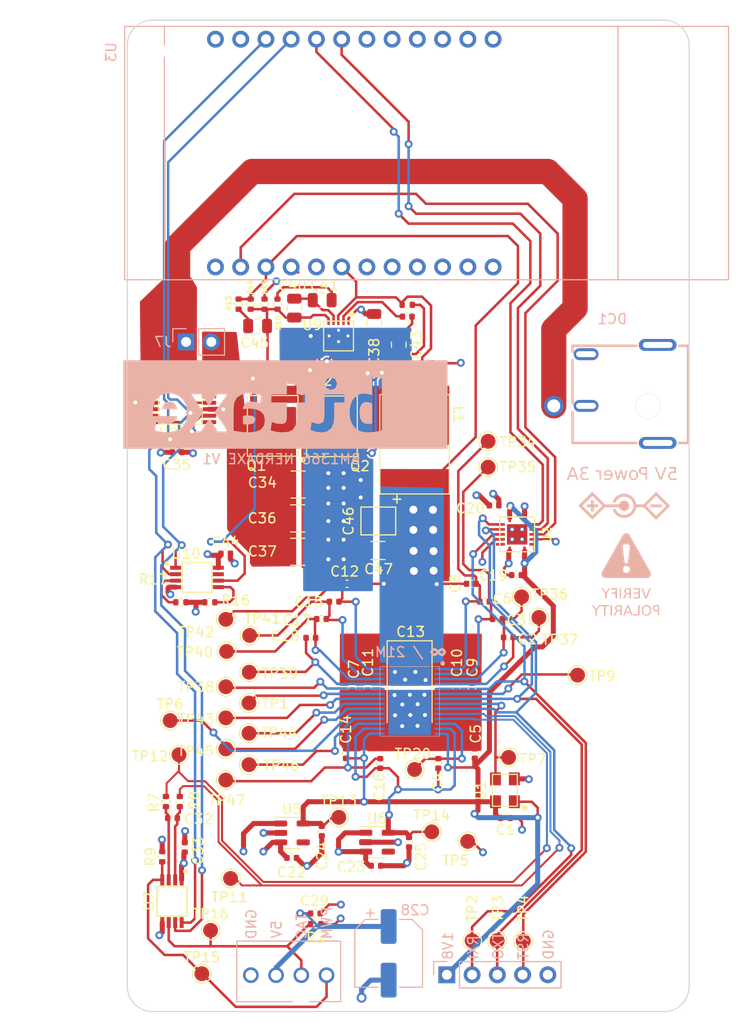
<source format=kicad_pcb>
(kicad_pcb (version 20221018) (generator pcbnew)
  (layers (0 "F.Cu" signal) (1 "In1.Cu" signal) (2 "In2.Cu" signal) (31 "B.Cu" signal) (34 "B.Paste" user) (35 "F.Paste" user) (36 "B.SilkS" user "B.Silkscreen") (37 "F.SilkS" user "F.Silkscreen") (38 "B.Mask" user) (39 "F.Mask" user) (44 "Edge.Cuts" user))
  (net 0 "")
  (net 1 "GND")
  (net 2 "/VIN")
  (net 3 "/BM1366/1V8")
  (net 4 "/BM1366/VDD4_0")
  (net 5 "/VDD")
  (net 6 "/5V")
  (net 7 "/3V3")
  (net 8 "/TX")
  (net 9 "/RX")
  (net 10 "/BM1366/VDD3_0")
  (net 11 "/BM1366/VDD2_0")
  (net 12 "/RST")
  (net 13 "/BM1366/MODE_OUT")
  (net 14 "/TEMP_N")
  (net 15 "/TEMP_P")
  (net 16 "/Fan/FAN_TACH")
  (net 17 "/SCL")
  (net 18 "/Fan/FAN_PWM")
  (net 19 "/Power/OUT0")
  (net 20 "/Power/SW")
  (net 21 "/BM1366/0V8")
  (net 22 "/BM1366/VDD1_0")
  (net 23 "/BM1366/VDD1_1")
  (net 24 "/BM1366/VDD2_1")
  (net 25 "/BM1366/MODE_0")
  (net 26 "/BM1366/VDD3_1")
  (net 27 "/BM1366/VDD4_1")
  (net 28 "Net-(U7-DP)")
  (net 29 "Net-(U7-DN)")
  (net 30 "Net-(U9-SS)")
  (net 31 "Net-(U9-COMP)")
  (net 32 "Net-(U9-BOOT)")
  (net 33 "Net-(C41-Pad2)")
  (net 34 "Net-(U9-BP)")
  (net 35 "/BM1366/CI")
  (net 36 "Net-(C45-Pad1)")
  (net 37 "/BM1366/RO")
  (net 38 "/BM1366/RST_N")
  (net 39 "unconnected-(U3-GPIO3-Pad4)")
  (net 40 "Net-(Q1-G)")
  (net 41 "Net-(Q2-G)")
  (net 42 "/BM1366/RI")
  (net 43 "Net-(U10-FS0)")
  (net 44 "Net-(U10-FS1)")
  (net 45 "/BM1366/CLKI")
  (net 46 "/BM1366/NRSTO")
  (net 47 "/BM1366/BO")
  (net 48 "/BM1366/CLKO")
  (net 49 "/BM1366/CO")
  (net 50 "/BM1366/MODE_1")
  (net 51 "/Power/PGOOD")
  (net 55 "/Power/OUT1")
  (net 58 "/SDA")
  (net 59 "/BM1366/BI")
  (net 60 "/BM1366/NC")
  (footprint "Capacitor_SMD:C_0805_2012Metric" (layer "F.Cu") (at 104.5102 80.1756 90)
    (fp_text reference "C43")
    (fp_text value "10uF")
  )
  (footprint "Capacitor_SMD:C_0402_1005Metric" (layer "F.Cu") (at 116.356 103.365 180)
    (fp_text reference "C19")
    (fp_text value "0.1uF")
  )
  (footprint "Package_SO:TSSOP-16_4.4x5mm_P0.65mm" (layer "F.Cu") (at 82.5378 85.7)
    (fp_text reference "U8")
    (fp_text value "INA260")
  )
  (footprint "Capacitor_SMD:C_0402_1005Metric" (layer "F.Cu") (at 99.82 114.63 -90)
    (fp_text reference "C7")
    (fp_text value "0.1uF")
  )
  (footprint "Resistor_SMD:R_0402_1005Metric" (layer "F.Cu") (at 81.075 126.154 90)
    (fp_text reference "R7")
    (fp_text value "100")
  )
  (footprint "Resistor_SMD:R_0402_1005Metric" (layer "F.Cu") (at 88.3923 76.1 -90)
    (fp_text reference "R13")
    (fp_text value "1.33k")
  )
  (footprint "Capacitor_SMD:C_0402_1005Metric" (layer "F.Cu") (at 115.25 127.81 180)
    (fp_text reference "C1")
    (fp_text value "0.1uF")
  )
  (footprint "Capacitor_SMD:C_0805_2012Metric" (layer "F.Cu") (at 96.8 75.7)
    (fp_text reference "C41")
    (fp_text value "1.5nF")
  )
  (footprint "Capacitor_SMD:C_0402_1005Metric" (layer "F.Cu") (at 114.44 107.79 180)
    (fp_text reference "C3")
    (fp_text value "1uF")
  )
  (footprint "MountingHole:MountingHole_3.5mm" (layer "F.Cu") (at 84.764 94.984)
    (fp_text reference "H6" hide)
    (fp_text value "MountingHole")
  )
  (footprint "Capacitor_SMD:C_0805_2012Metric" (layer "F.Cu") (at 102.0276 78.0394 -90)
    (fp_text reference "C38")
    (fp_text value "1uF")
  )
  (footprint "TestPoint:TestPoint_Pad_D1.5mm" (layer "F.Cu") (at 113.5 92.5)
    (fp_text reference "TP35")
    (fp_text value "TestPoint")
  )
  (footprint "TestPoint:TestPoint_Pad_D1.5mm" (layer "F.Cu") (at 111.44 130.16)
    (fp_text reference "TP5")
    (fp_text value "TestPoint")
  )
  (footprint "Capacitor_SMD:C_0402_1005Metric" (layer "F.Cu") (at 105.54 130.24 -90)
    (fp_text reference "C25")
    (fp_text value "1uF")
  )
  (footprint "TestPoint:TestPoint_Pad_D1.5mm" (layer "F.Cu") (at 89.43 122.437)
    (fp_text reference "TP46")
    (fp_text value "TestPoint")
  )
  (footprint "Capacitor_SMD:C_0805_2012Metric" (layer "F.Cu") (at 90.3 78.3)
    (fp_text reference "C45")
    (fp_text value "470pF")
  )
  (footprint "TestPoint:TestPoint_Pad_D1.5mm" (layer "F.Cu") (at 87.1 123.987)
    (fp_text reference "TP47")
    (fp_text value "TestPoint")
  )
  (footprint "TestPoint:TestPoint_Pad_D1.5mm" (layer "F.Cu") (at 85.57 139.11)
    (fp_text reference "TP16")
    (fp_text value "TestPoint")
  )
  (footprint "TestPoint:TestPoint_Pad_D1.5mm" (layer "F.Cu") (at 84.69 143.47)
    (fp_text reference "TP15")
    (fp_text value "TestPoint")
  )
  (footprint "Package_TO_SOT_SMD:SOT-23-5" (layer "F.Cu") (at 93.753 129.308)
    (fp_text reference "U5")
    (fp_text value "MCP1824T-1802E")
  )
  (footprint "Package_TO_SOT_SMD:SOT-23-5" (layer "F.Cu") (at 102.32 130.24)
    (fp_text reference "U6")
    (fp_text value "MCP1824T-0802E")
  )
  (footprint "MountingHole:MountingHole_3.5mm" (layer "F.Cu") (at 126.06 136.36)
    (fp_text reference "H5" hide)
    (fp_text value "MountingHole")
  )
  (footprint "Capacitor_SMD:C_0402_1005Metric" (layer "F.Cu") (at 108.485 122.318 -90)
    (fp_text reference "C4")
    (fp_text value "1uF")
  )
  (footprint "Package_SO:TSSOP-8_3x3mm_P0.65mm" (layer "F.Cu") (at 81.68 136.18 -90)
    (fp_text reference "U7")
    (fp_text value "EMC2101")
  )
  (footprint "Capacitor_SMD:C_0402_1005Metric" (layer "F.Cu") (at 99.3 104.24 180)
    (fp_text reference "C12")
    (fp_text value "1uF")
  )
  (footprint "TestPoint:TestPoint_Pad_D1.5mm" (layer "F.Cu") (at 87.1 117.729)
    (fp_text reference "TP43")
    (fp_text value "TestPoint")
  )
  (footprint "bitaxe:TXB0104" (layer "F.Cu") (at 116.422 99.265 -90)
    (fp_text reference "U2")
    (fp_text value "TXB0104RGYR")
  )
  (footprint "Resistor_SMD:R_0402_1005Metric" (layer "F.Cu") (at 92.3 76.1 -90)
    (fp_text reference "R10")
    (fp_text value "3.83k")
  )
  (footprint "TestPoint:TestPoint_Pad_D1.5mm" (layer "F.Cu") (at 87.1 107.817)
    (fp_text reference "TP42")
    (fp_text value "TestPoint")
  )
  (footprint "TPS40305_supply:FP1005R1-R15-R" (layer "F.Cu") (at 106.1 90.2 -90)
    (fp_text reference "L1")
    (fp_text value "150nH")
  )
  (footprint "Resistor_SMD:R_0402_1005Metric" (layer "F.Cu") (at 91 76.1 90)
    (fp_text reference "R15")
    (fp_text value "3.32k")
  )
  (footprint "Capacitor_SMD:C_0402_1005Metric" (layer "F.Cu") (at 98.01 106.04 180)
    (fp_text reference "C15")
    (fp_text value "1uF")
  )
  (footprint "MountingHole:MountingHole_2.2mm_M2" (layer "F.Cu") (at 79.987 50.603)
    (fp_text reference "H4" hide)
    (fp_text value "AlignmentHole")
  )
  (footprint "Resistor_SMD:R_0402_1005Metric" (layer "F.Cu") (at 85.49 106.1 180)
    (fp_text reference "R16")
    (fp_text value "80k")
  )
  (footprint "Capacitor_SMD:C_0402_1005Metric" (layer "F.Cu") (at 81.736 127.813 180)
    (fp_text reference "C32")
    (fp_text value "470pF")
  )
  (footprint "Capacitor_SMD:C_0402_1005Metric" (layer "F.Cu") (at 102.646 122.318 -90)
    (fp_text reference "C16")
    (fp_text value "1uF")
  )
  (footprint "MountingHole:MountingHole_2.2mm_M2" (layer "F.Cu") (at 130.98 144.47)
    (fp_text reference "H3" hide)
    (fp_text value "AlignmentHole")
  )
  (footprint "TestPoint:TestPoint_Pad_D1.5mm" (layer "F.Cu") (at 82.39 121.44)
    (fp_text reference "TP12")
    (fp_text value "TestPoint")
  )
  (footprint "TestPoint:TestPoint_Pad_D1.5mm" (layer "F.Cu") (at 106.1 122.92)
    (fp_text reference "TP20")
    (fp_text value "TestPoint")
  )
  (footprint "Capacitor_SMD:C_0402_1005Metric" (layer "F.Cu") (at 95.659 109.681 180)
    (fp_text reference "C18")
    (fp_text value "1uF")
  )
  (footprint "Capacitor_SMD:C_0805_2012Metric" (layer "F.Cu") (at 94 76.5 -90)
    (fp_text reference "C40")
    (fp_text value "180pF")
  )
  (footprint "Package_SO:TSSOP-8_3x3mm_P0.65mm" (layer "F.Cu") (at 84.2 103.6)
    (fp_text reference "U10")
    (fp_text value "DS4432U+")
  )
  (footprint "TestPoint:TestPoint_Pad_D1.5mm" (layer "F.Cu") (at 116.87 105.55)
    (fp_text reference "TP36")
    (fp_text value "TestPoint")
  )
  (footprint "Capacitor_SMD:C_0402_1005Metric" (layer "F.Cu") (at 105.36 77.3586)
    (fp_text reference "C39" hide)
    (fp_text value "3.3nF")
  )
  (footprint "Capacitor_SMD:C_0402_1005Metric" (layer "F.Cu") (at 82.2 91 180)
    (fp_text reference "C35")
    (fp_text value "1uF")
  )
  (footprint "Capacitor_SMD:C_0402_1005Metric" (layer "F.Cu") (at 110.28 114.65 -90)
    (fp_text reference "C10")
    (fp_text value "1uF")
  )
  (footprint "Capacitor_SMD:C_0402_1005Metric" (layer "F.Cu") (at 101.37 114.62 -90)
    (fp_text reference "C11")
    (fp_text value "1uF")
  )
  (footprint "Resistor_SMD:R_0402_1005Metric" (layer "F.Cu") (at 89.6 76.1 -90)
    (fp_text reference "R14")
    (fp_text value "4.99k")
  )
  (footprint "Resistor_SMD:R_0402_1005Metric" (layer "F.Cu") (at 105.3586 76.1698)
    (fp_text reference "R11" hide)
    (fp_text value "100k")
  )
  (footprint "TestPoint:TestPoint_Pad_D1.5mm" (layer "F.Cu") (at 81.5 118)
    (fp_text reference "TP6")
    (fp_text value "TestPoint")
  )
  (footprint "Capacitor_SMD:C_0402_1005Metric" (layer "F.Cu") (at 99.19 121.32 90)
    (fp_text reference "C14")
    (fp_text value "1uF")
  )
  (footprint "MountingHole:MountingHole_2.2mm_M2" (layer "F.Cu") (at 130.683 50.604)
    (fp_text reference "H2" hide)
    (fp_text value "AlignmentHole")
  )
  (footprint "Capacitor_Tantalum_SMD:CP_EIA-7343-31_Kemet-D_Pad2.25x2.55mm_HandSolder" (layer "F.Cu") (at 105.6 114.56 -90)
    (fp_text reference "C13")
    (fp_text value "330uF")
  )
  (footprint "MountingHole:MountingHole_2.2mm_M2" (layer "F.Cu") (at 80.02 144.38)
    (fp_text reference "H1" hide)
    (fp_text value "AlignmentHole")
  )
  (footprint "TestPoint:TestPoint_Pad_D1.5mm" (layer "F.Cu") (at 87.58 133.89)
    (fp_text reference "TP11")
    (fp_text value "TestPoint")
  )
  (footprint "TPS40305_supply:CSD17311Q5" (layer "F.Cu") (at 97.781 88.3888 -90)
    (fp_text reference "Q2")
    (fp_text value "CSD17311Q5")
  )
  (footprint "TestPoint:TestPoint_Pad_D1.5mm" (layer "F.Cu") (at 89.43 116.237)
    (fp_text reference "TP1")
    (fp_text value "TestPoint")
  )
  (footprint "Capacitor_SMD:C_0402_1005Metric" (layer "F.Cu") (at 82.97 130.76 90)
    (fp_text reference "C33")
    (fp_text value "0.1uF")
  )
  (footprint "Resistor_SMD:R_0402_1005Metric" (layer "F.Cu") (at 96.15 138.48)
    (fp_text reference "R2")
    (fp_text value "5.6k")
  )
  (footprint "TestPoint:TestPoint_Pad_D1.5mm" (layer "F.Cu") (at 114.41 140.15)
    (fp_text reference "TP3")
    (fp_text value "TestPoint")
  )
  (footprint "TestPoint:TestPoint_Pad_D1.5mm" (layer "F.Cu") (at 89.5 109.437)
    (fp_text reference "TP41")
    (fp_text value "TestPoint")
  )
  (footprint "TestPoint:TestPoint_Pad_D1.5mm" (layer "F.Cu") (at 87.1 114.6)
    (fp_text reference "TP38")
    (fp_text value "TestPoint")
  )
  (footprint "TestPoint:TestPoint_Pad_D1.5mm" (layer "F.Cu") (at 89.43 119.277)
    (fp_text reference "TP44")
    (fp_text value "TestPoint")
  )
  (footprint "Capacitor_SMD:C_0402_1005Metric" (layer "F.Cu") (at 87.09 101.2)
    (fp_text reference "C44")
    (fp_text value "1uF")
  )
  (footprint "TPS40305_supply:TPS40305" (layer "F.Cu") (at 98.446291 79.3 -90)
    (fp_text reference "U9")
    (fp_text value "TPS40305")
  )
  (footprint "TestPoint:TestPoint_Pad_D1.5mm" (layer "F.Cu") (at 113.5 89.9)
    (fp_text reference "TP34")
    (fp_text value "TestPoint")
  )
  (footprint "Capacitor_SMD:C_0402_1005Metric" (layer "F.Cu") (at 93.733 131.818)
    (fp_text reference "C22")
    (fp_text value "0.1uF")
  )
  (footprint "TestPoint:TestPoint_Pad_D1.5mm" (layer "F.Cu") (at 89.46 113.137)
    (fp_text reference "TP39")
    (fp_text value "TestPoint")
  )
  (footprint "Capacitor_SMD:C_0402_1005Metric" (layer "F.Cu") (at 113.14 106.03 180)
    (fp_text reference "C6")
    (fp_text value "1uF")
  )
  (footprint "TPS40305_supply:CAP_2R5TPE220MAFB" (layer "F.Cu") (at 102.451 97.9188 180)
    (fp_text reference "C46")
    (fp_text value "220uF")
  )
  (footprint "TPS40305_supply:CSD17311Q5" (layer "F.Cu") (at 91.819287 88.344964 90)
    (fp_text reference "Q1")
    (fp_text value "CSD17311Q5")
  )
  (footprint "Resistor_SMD:R_0402_1005Metric" (layer "F.Cu") (at 82.58 106.1)
    (fp_text reference "R17")
    (fp_text value "DNP")
  )
  (footprint "Capacitor_SMD:C_0402_1005Metric" (layer "F.Cu") (at 97.5776 82.8)
    (fp_text reference "C42")
    (fp_text value "0.1uF")
  )
  (footprint "TestPoint:TestPoint_Pad_D1.5mm" (layer "F.Cu") (at 115.56 121.71)
    (fp_text reference "TP7")
    (fp_text value "TestPoint")
  )
  (footprint "Capacitor_SMD:C_1210_3225Metric" (layer "F.Cu") (at 94.381 94.2488)
    (fp_text reference "C34")
    (fp_text value "47uF")
  )
  (footprint "TestPoint:TestPoint_Pad_D1.5mm" (layer "F.Cu") (at 87.18 111.047)
    (fp_text reference "TP40")
    (fp_text value "TestPoint")
  )
  (footprint "TestPoint:TestPoint_Pad_D1.5mm" (layer "F.Cu") (at 117.04 140.19 90)
    (fp_text reference "TP4")
    (fp_text value "TestPoint")
  )
  (footprint "bitaxe:O 25,0-JO32-B-1V3-1-T1-LF" (layer "F.Cu") (at 115.19 125.02 90)
    (fp_text reference "U1")
    (fp_text value "25MHz")
  )
  (footprint "TestPoint:TestPoint_Pad_D1.5mm" (layer "F.Cu") (at 98.473 127.736)
    (fp_text reference "TP13")
    (fp_text value "TestPoint")
  )
  (footprint "Resistor_SMD:R_0402_1005Metric" (layer "F.Cu") (at 99.5776 82.8)
    (fp_text reference "R12")
    (fp_text value "4.12k")
  )
  (footprint "Resistor_SMD:R_0402_1005Metric" (layer "F.Cu") (at 107.3776 82.0458 180)
    (fp_text reference "R4" hide)
    (fp_text value "10k")
  )
  (footprint "Capacitor_SMD:C_0402_1005Metric" (layer "F.Cu") (at 115.54 109.624 180)
    (fp_text reference "C2")
    (fp_text value "1uF")
  )
  (footprint "Capacitor_SMD:C_0402_1005Metric" (layer "F.Cu") (at 102.21 132.61)
    (fp_text reference "C23")
    (fp_text value "0.1uF")
  )
  (footprint "Capacitor_SMD:C_0402_1005Metric" (layer "F.Cu") (at 112.16 121.32 90)
    (fp_text reference "C5")
    (fp_text value "1uF")
  )
  (footprint "TestPoint:TestPoint_Pad_D1.5mm" (layer "F.Cu") (at 122.5 113.43)
    (fp_text reference "TP9")
    (fp_text value "TestPoint")
  )
  (footprint "Resistor_SMD:R_0402_1005Metric" (layer "F.Cu") (at 80.7 131.7 90)
    (fp_text reference "R9")
    (fp_text value "10k")
  )
  (footprint "Capacitor_SMD:C_0402_1005Metric" (layer "F.Cu") (at 96.73 107.78 180)
    (fp_text reference "C17")
    (fp_text value "1uF")
  )
  (footprint "Capacitor_SMD:C_0402_1005Metric" (layer "F.Cu") (at 111.81 104.24 180)
    (fp_text reference "C8")
    (fp_text value "1uF")
  )
  (footprint "Capacitor_SMD:C_0402_1005Metric" (layer "F.Cu") (at 96.12 137.41)
    (fp_text reference "C29")
    (fp_text value "0.1uF")
  )
  (footprint "TestPoint:TestPoint_Pad_D1.5mm" (layer "F.Cu") (at 118.61 107.63)
    (fp_text reference "TP37")
    (fp_text value "TestPoint")
  )
  (footprint "TestPoint:TestPoint_Pad_D1.5mm" (layer "F.Cu") (at 107.83 129.2)
    (fp_text reference "TP14")
    (fp_text value "TestPoint")
  )
  (footprint "TestPoint:TestPoint_Pad_D1.5mm" (layer "F.Cu") (at 87.1 120.858)
    (fp_text reference "TP45")
    (fp_text value "TestPoint")
  )
  (footprint "TestPoint:TestPoint_Pad_D1.5mm" (layer "F.Cu") (at 111.89 140.15)
    (fp_text reference "TP2")
    (fp_text value "TestPoint")
  )
  (footprint "Capacitor_SMD:C_0402_1005Metric" (layer "F.Cu") (at 114.102 96.355 180)
    (fp_text reference "C20")
    (fp_text value "0.1uF")
  )
  (footprint "Capacitor_SMD:C_1206_3216Metric" (layer "F.Cu") (at 102.411 100.8888 180)
    (fp_text reference "C47")
    (fp_text value "100uF")
  )
  (footprint "Capacitor_SMD:C_0402_1005Metric" (layer "F.Cu") (at 96.763 129.118 -90)
    (fp_text reference "C24")
    (fp_text value "1uF")
  )
  (footprint "Capacitor_SMD:C_1210_3225Metric" (layer "F.Cu") (at 94.341 97.6588)
    (fp_text reference "C36")
    (fp_text value "47uF")
  )
  (footprint "Capacitor_SMD:C_0402_1005Metric" (layer "F.Cu") (at 111.87 114.71 -90)
    (fp_text reference "C9")
    (fp_text value "0.1uF")
  )
  (footprint "Capacitor_SMD:C_1210_3225Metric" (layer "F.Cu") (at 94.341 101.0188)
    (fp_text reference "C37")
    (fp_text value "47uF")
  )
  (footprint "Resistor_SMD:R_0402_1005Metric" (layer "F.Cu") (at 82.47 126.154 -90)
    (fp_text reference "R8")
    (fp_text value "100")
  )
  (footprint "bitaxe:470531000" (layer "B.Cu") (at 89.621 143.622)
    (fp_text reference "J4" hide)
    (fp_text value "Conn_01x04")
  )
  (footprint "Connector_PinHeader_2.54mm:PinHeader_1x02_P2.54mm_Vertical" (layer "B.Cu") (at 83.0994 79.9 -90)
    (fp_text reference "J7")
    (fp_text value "Conn_01x02")
  )
  (footprint "Connector_PinHeader_2.54mm:PinHeader_1x05_P2.54mm_Vertical" (layer "B.Cu") (at 109.35 143.58 -90)
    (fp_text reference "J3" hide)
    (fp_text value "Conn_01x05")
  )
  (footprint "bitaxe:T-Display-S3" (layer "B.Cu") (at 107.31 60.9 -90)
    (fp_text reference "U3")
    (fp_text value "T-Display-S3")
  )
  (footprint "bitaxe:attention" (layer "B.Cu") (at 127.4 101.4 180)
    (fp_text reference "G***" hide)
    (fp_text value "LOGO" hide)
  )
  (footprint "lcsc:DC-IN-TH_DC-044K-D025" (layer "B.Cu") (at 125.339 85.136 180)
    (fp_text reference "DC1")
    (fp_text value "DC-044K-D025")
  )
  (footprint "bitaxe:barrel_jack" (layer "B.Cu") (at 127.2 96.4 180)
    (fp_text reference "G***" hide)
    (fp_text value "LOGO" hide)
  )
  (footprint "bitaxe:BM1366" (layer "B.Cu") (at 105.612 116.068 180)
    (fp_text reference "U14" hide)
    (fp_text value "BM1366_mode0")
  )
  (footprint "Capacitor_SMD:CP_Elec_6.3x7.7" (layer "B.Cu") (at 103.49 141.42 -90)
    (fp_text reference "C28")
    (fp_text value "220uF")
  )
  (footprint "kibuzzard-63D74789" (layer "B.Cu") (at 93.1 86.2 180)
    (fp_text reference "kibuzzard-63D74789" hide)
    (fp_text value "G***" hide)
  )
  (gr_line (start 79.729 47.522) (end 131.192 47.522) (stroke (width 0.1)) (layer "Edge.Cuts"))
  (gr_arc (start 133.732 144.744) (mid 132.988051 146.540051) (end 131.192 147.284) (stroke (width 0.1)) (layer "Edge.Cuts"))
  (gr_arc (start 131.192 47.522) (mid 132.988051 48.265949) (end 133.732 50.062) (stroke (width 0.1)) (layer "Edge.Cuts"))
  (gr_arc (start 77.189 50.062) (mid 77.932949 48.265949) (end 79.729 47.522) (stroke (width 0.1)) (layer "Edge.Cuts"))
  (gr_line (start 131.192 147.284) (end 79.729 147.284) (stroke (width 0.1)) (layer "Edge.Cuts"))
  (gr_line (start 133.732 50.062) (end 133.732 144.744) (stroke (width 0.1)) (layer "Edge.Cuts"))
  (gr_arc (start 79.729 147.284) (mid 77.932949 146.540051) (end 77.189 144.744) (stroke (width 0.1)) (layer "Edge.Cuts"))
  (gr_line (start 77.189 144.744) (end 77.189 50.062) (stroke (width 0.1)) (layer "Edge.Cuts"))
  (gr_text "RST" (at 117.0475 140.699666 90) (layer "B.SilkS") (effects (font (size 1 1)) (justify mirror)))
  (gr_text "5V" (at 92.209 139.018 90) (layer "B.SilkS") (effects (font (size 1 1)) (justify mirror)))
  (gr_text "1V8" (at 109.45 140.675857 90) (layer "B.SilkS") (effects (font (size 1 1)) (justify mirror)))
  (gr_text "/ 21M" (at 104.55 111.11) (layer "B.SilkS") (effects (font (size 1 1)) (justify mirror)))
  (gr_text "5V Power 3A\n" (at 132.6 94) (layer "B.SilkS") (effects (font (size 1.27 1.27)) (justify left bottom mirror)))
  (gr_text "BM1366 NERDAXE V1" (at 92.71 91.694) (layer "B.SilkS") (effects (font (size 1 1)) (justify mirror)))
  (gr_text "∞" (at 108.47 110.96) (layer "B.SilkS") (effects (font (size 2 2) (thickness 0.25)) (justify mirror)))
  (gr_text "RXI" (at 111.9825 140.842524 90) (layer "B.SilkS") (effects (font (size 1 1)) (justify mirror)))
  (gr_text "VERIFY\nPOLARITY" (at 127.4 107.6) (layer "B.SilkS") (effects (font (size 1.016 1.016)) (justify bottom mirror)))
  (gr_text "PWM" (at 97.265 138.363 90) (layer "B.SilkS") (effects (font (size 1 1)) (justify mirror)))
  (gr_text "GND" (at 119.58 140.533 90) (layer "B.SilkS") (effects (font (size 1 1)) (justify mirror)))
  (gr_text "TXO" (at 114.515 140.675857 90) (layer "B.SilkS") (effects (font (size 1 1)) (justify mirror)))
  (gr_text "TAC" (at 94.7325 138.696333 90) (layer "B.SilkS") (effects (font (size 1 1)) (justify mirror)))
  (gr_text "GND" (at 89.6675 138.482048 90) (layer "B.SilkS") (effects (font (size 1 1)) (justify mirror)))
  (segment (start 90.897 129.309) (end 90.898 129.308) (width 0.508) (layer "F.Cu") (net 1))
  (segment (start 96.763 129.768) (end 96.763 131.278) (width 0.508) (layer "F.Cu") (net 1))
  (segment (start 116.91 128.21) (end 116.91 128.99) (width 0.254) (layer "F.Cu") (net 1))
  (segment (start 118.107 99.765) (end 120.075 99.765) (width 0.254) (layer "F.Cu") (net 1))
  (segment (start 82.05 104.575) (end 81.375 104.575) (width 0.508) (layer "F.Cu") (net 1))
  (segment (start 112.9225 101.108938) (end 114.266438 99.765) (width 0.254) (layer "F.Cu") (net 1))
  (segment (start 117.602 123.903) (end 117.569 123.87) (width 0.508) (layer "F.Cu") (net 1))
  (segment (start 111.88 130.16) (end 112.98 131.26) (width 0.254) (layer "F.Cu") (net 1))
  (segment (start 115.13 103.06) (end 115.13 102.6317) (width 0.254) (layer "F.Cu") (net 1))
  (segment (start 80.705 138.33) (end 80.705 139.305) (width 0.508) (layer "F.Cu") (net 1))
  (segment (start 81.29 105.07989) (end 81.520055 105.309945) (width 0.508) (layer "F.Cu") (net 1))
  (segment (start 115.5737 102.188) (end 115.5737 101.0483) (width 0.508) (layer "F.Cu") (net 1))
  (segment (start 102.86 132.61) (end 105.04 132.61) (width 0.508) (layer "F.Cu") (net 1))
  (segment (start 115.13 102.6317) (end 115.5737 102.188) (width 0.254) (layer "F.Cu") (net 1))
  (segment (start 97.494 136.516) (end 96.6 137.41) (width 0.254) (layer "F.Cu") (net 1))
  (segment (start 81.29 104.66) (end 81.29 105.07989) (width 0.508) (layer "F.Cu") (net 1))
  (segment (start 120.075 99.765) (end 120.31 100) (width 0.254) (layer "F.Cu") (net 1))
  (segment (start 87.56 101.76) (end 88 102.2) (width 0.508) (layer "F.Cu") (net 1))
  (segment (start 82.97 129.15) (end 83.001194 129.118806) (width 0.508) (layer "F.Cu") (net 1))
  (segment (start 87.56 101.37) (end 87.56 101.76) (width 0.508) (layer "F.Cu") (net 1))
  (segment (start 95.461 132.62) (end 95.015 132.62) (width 0.508) (layer "F.Cu") (net 1))
  (segment (start 105.84 77.3586) (end 105.8534 77.372) (width 0.254) (layer "F.Cu") (net 1))
  (segment (start 115.9 127.81) (end 116.51 127.81) (width 0.254) (layer "F.Cu") (net 1))
  (segment (start 105.8534 77.372) (end 105.8534 78.0714) (width 0.254) (layer "F.Cu") (net 1))
  (segment (start 80.5594 91.04) (end 80.5994 91) (width 0.508) (layer "F.Cu") (net 1))
  (segment (start 100.3334 83.0458) (end 101.3776 83.0458) (width 0.254) (layer "F.Cu") (net 1))
  (segment (start 105.54 132.11) (end 105.54 130.89) (width 0.508) (layer "F.Cu") (net 1))
  (segment (start 117.569 123.87) (end 116.14 123.87) (width 0.508) (layer "F.Cu") (net 1))
  (segment (start 80.705 139.305) (end 80.41 139.6) (width 0.508) (layer "F.Cu") (net 1))
  (segment (start 96.783 131.298) (end 95.461 132.62) (width 0.508) (layer "F.Cu") (net 1))
  (segment (start 84.1 107.02) (end 84.07 107.05) (width 0.508) (layer "F.Cu") (net 1))
  (segment (start 91 75) (end 92.2 73.8) (width 0.254) (layer "F.Cu") (net 1))
  (segment (start 112.9225 102.037) (end 112.9225 101.108938) (width 0.254) (layer "F.Cu") (net 1))
  (segment (start 101.1825 130.24) (end 104.43 130.24) (width 0.508) (layer "F.Cu") (net 1))
  (segment (start 105.04 132.61) (end 105.54 132.11) (width 0.508) (layer "F.Cu") (net 1))
  (segment (start 82.97 130.28) (end 82.97 129.15) (width 0.508) (layer "F.Cu") (net 1))
  (segment (start 115.876 103.365) (end 115.435 103.365) (width 0.254) (layer "F.Cu") (net 1))
  (segment (start 80.5994 91) (end 81.5894 91) (width 0.508) (layer "F.Cu") (net 1))
  (segment (start 86.8428 86.675) (end 86.8678 86.7) (width 0.508) (layer "F.Cu") (net 1))
  (segment (start 84.1 106.1) (end 84.1 107.02) (width 0.508) (layer "F.Cu") (net 1))
  (segment (start 115.435 103.365) (end 115.13 103.06) (width 0.254) (layer "F.Cu") (net 1))
  (segment (start 83.09 106.1) (end 84.1 106.1) (width 0.508) (layer "F.Cu") (net 1))
  (segment (start 112.592 95.325) (end 113.622 96.355) (width 0.508) (layer "F.Cu") (net 1))
  (segment (start 115.5737 101.0483) (end 115.672 100.95) (width 0.508) (layer "F.Cu") (net 1))
  (segment (start 90.898 129.308) (end 92.6155 129.308) (width 0.508) (layer "F.Cu") (net 1))
  (segment (start 95.015 132.62) (end 94.213 131.818) (width 0.508) (layer "F.Cu") (net 1))
  (segment (start 111.44 130.16) (end 111.88 130.16) (width 0.254) (layer "F.Cu") (net 1))
  (segment (start 81.375 104.575) (end 81.29 104.66) (width 0.508) (layer "F.Cu") (net 1))
  (segment (start 112.318 95.325) (end 112.592 95.325) (width 0.508) (layer "F.Cu") (net 1))
  (segment (start 79.6753 86.025) (end 78.0228 86.025) (width 0.508) (layer "F.Cu") (net 1))
  (segment (start 116.51 127.81) (end 116.91 128.21) (width 0.254) (layer "F.Cu") (net 1))
  (segment (start 84.1 106.1) (end 84.98 106.1) (width 0.508) (layer "F.Cu") (net 1))
  (segment (start 79.6753 85.375) (end 79.6753 86.025) (width 0.4) (layer "F.Cu") (net 1))
  (segment (start 96.763 131.278) (end 96.783 131.298) (width 0.508) (layer "F.Cu") (net 1))
  (segment (start 114.266438 99.765) (end 114.737 99.765) (width 0.254) (layer "F.Cu") (net 1))
  (segment (start 98.682 136.516) (end 97.494 136.516) (width 0.254) (layer "F.Cu") (net 1))
  (segment (start 79.6753 86.675) (end 79.6753 86.025) (width 0.4) (layer "F.Cu") (net 1))
  (segment (start 85.4003 86.675) (end 86.8428 86.675) (width 0.508) (layer "F.Cu") (net 1))
  (segment (start 105.8534 78.0714) (end 104.6992 79.2256) (width 0.254) (layer "F.Cu") (net 1))
  (segment (start 100.0876 82.8) (end 100.3334 83.0458) (width 0.254) (layer "F.Cu") (net 1))
  (segment (start 104.6992 79.2256) (end 104.5102 79.2256) (width 0.254) (layer "F.Cu") (net 1))
  (segment (start 91 75.59) (end 91 75) (width 0.254) (layer "F.Cu") (net 1))
  (via (at 80.41 139.6) (size 0.8) (drill 0.4) (layers "F.Cu" "B.Cu") (net 1))
  (via (at 77.9878 85.99) (size 0.8) (drill 0.4) (layers "F.Cu" "B.Cu") (net 1))
  (via (at 116.91 128.99) (size 0.8) (drill 0.4) (layers "F.Cu" "B.Cu") (net 1))
  (via (at 97.4194 101.7786) (size 0.8) (drill 0.4) (layers "F.Cu" "B.Cu") (net 1))
  (via (at 112.98 131.26) (size 0.8) (drill 0.4) (layers "F.Cu" "B.Cu") (net 1))
  (via (at 101.3776 83.0458) (size 0.8) (drill 0.4) (layers "F.Cu" "B.Cu") (net 1))
  (via (at 97.4194 96.1572) (size 0.8) (drill 0.4) (layers "F.Cu" "B.Cu") (net 1))
  (via (at 100.6794 95.5486) (size 0.8) (drill 0.4) (layers "F.Cu" "B.Cu") (net 1))
  (via (at 106.396 118.533) (size 0.8) (drill 0.4) (layers "F.Cu" "B.Cu") (net 1))
  (via (at 97.4194 93.1086) (size 0.8) (drill 0.4) (layers "F.Cu" "B.Cu") (net 1))
  (via (at 98.9594 93.1086) (size 0.8) (drill 0.4) (layers "F.Cu" "B.Cu") (net 1))
  (via (at 104.082 115.436) (size 0.8) (drill 0.4) (layers "F.Cu" "B.Cu") (net 1))
  (via (at 98.682 136.516) (size 0.8) (drill 0.4) (layers "F.Cu" "B.Cu") (net 1))
  (via (at 86.8428 86.675) (size 0.8) (drill 0.4) (layers "F.Cu" "B.Cu") (net 1))
  (via (at 98.9594 101.7786) (size 0.8) (drill 0.4) (layers "F.Cu" "B.Cu") (net 1))
  (via (at 106.408 116.351) (size 0.8) (drill 0.4) (layers "F.Cu" "B.Cu") (net 1))
  (via (at 95.6452 79.3092) (size 0.8) (drill 0.4) (layers "F.Cu" "B.Cu") (net 1))
  (via (at 100.765 145.89) (size 1) (drill 0.6) (layers "F.Cu" "B.Cu") (net 1))
  (via (at 97.4194 94.5886) (size 0.8) (drill 0.4) (layers "F.Cu" "B.Cu") (net 1))
  (via (at 92.2 73.8) (size 0.8) (drill 0.4) (layers "F.Cu" "B.Cu") (net 1))
  (via (at 105.673 117.442) (size 0.8) (drill 0.4) (layers "F.Cu" "B.Cu") (net 1))
  (via (at 80.5594 91.04) (size 0.8) (drill 0.4) (layers "F.Cu" "B.Cu") (net 1))
  (via (at 97.4194 97.9286) (size 0.8) (drill 0.4) (layers "F.Cu" "B.Cu") (net 1))
  (via (at 81.520055 105.309945) (size 0.8) (drill 0.4) (layers "F.Cu" "B.Cu") (net 1))
  (via (at 98.9594 99.7986) (size 0.8) (drill 0.4) (layers "F.Cu" "B.Cu") (net 1))
  (via (at 117.602 123.903) (size 0.8) (drill 0.4) (layers "F.Cu" "B.Cu") (net 1))
  (via (at 104.855 118.563) (size 0.8) (drill 0.4) (layers "F.Cu" "B.Cu") (net 1))
  (via (at 104.132 117.472) (size 0.8) (drill 0.4) (layers "F.Cu" "B.Cu") (net 1))
  (via (at 98.9594 94.5886) (size 0.8) (drill 0.4) (layers "F.Cu" "B.Cu") (net 1))
  (via (at 97.4194 99.7986) (size 0.8) (drill 0.4) (layers "F.Cu" "B.Cu") (net 1))
  (via (at 112.9225 102.037) (size 0.8) (drill 0.4) (layers "F.Cu" "B.Cu") (net 1))
  (via (at 107.144 117.442) (size 0.8) (drill 0.4) (layers "F.Cu" "B.Cu") (net 1))
  (via (at 90.897 129.309) (size 0.8) (drill 0.4) (layers "F.Cu" "B.Cu") (net 1))
  (via (at 112.318 95.325) (size 0.8) (drill 0.4) (layers "F.Cu" "B.Cu") (net 1))
  (via (at 105.623 115.406) (size 0.8) (drill 0.4) (layers "F.Cu" "B.Cu") (net 1))
  (via (at 98.9594 97.9286) (size 0.8) (drill 0.4) (layers "F.Cu" "B.Cu") (net 1))
  (via (at 104.867 116.381) (size 0.8) (drill 0.4) (layers "F.Cu" "B.Cu") (net 1))
  (via (at 105.33 132.32) (size 0.8) (drill 0.4) (layers "F.Cu" "B.Cu") (net 1))
  (via (at 104.43 130.24) (size 0.8) (drill 0.4) (layers "F.Cu" "B.Cu") (net 1))
  (via (at 98.9594 96.1572) (size 0.8) (drill 0.4) (layers "F.Cu" "B.Cu") (net 1))
  (via (at 115.5737 102.188) (size 0.8) (drill 0.4) (layers "F.Cu" "B.Cu") (net 1))
  (via (at 120.31 100) (size 0.8) (drill 0.4) (layers "F.Cu" "B.Cu") (net 1))
  (via (at 83.001194 129.118806) (size 0.8) (drill 0.4) (layers "F.Cu" "B.Cu") (net 1))
  (via (at 88 102.2) (size 0.8) (drill 0.4) (layers "F.Cu" "B.Cu") (net 1))
  (via (at 84.07 107.05) (size 0.8) (drill 0.4) (layers "F.Cu" "B.Cu") (net 1))
  (via (at 95.26 132.63) (size 0.8) (drill 0.4) (layers "F.Cu" "B.Cu") (net 1))
  (via (at 107.094 115.406) (size 0.8) (drill 0.4) (layers "F.Cu" "B.Cu") (net 1))
  (via (at 100.6794 93.8) (size 0.8) (drill 0.4) (layers "F.Cu" "B.Cu") (net 1))
  (segment (start 100.765 145.045) (end 100.765 145.89) (width 0.508) (layer "B.Cu") (net 1))
  (segment (start 101.69 144.12) (end 100.765 145.045) (width 0.508) (layer "B.Cu") (net 1))
  (segment (start 103.49 144.12) (end 101.69 144.12) (width 0.508) (layer "B.Cu") (net 1))
  (segment (start 79.6753 84.0247) (end 79.8 83.9) (width 0.254) (layer "F.Cu") (net 2))
  (segment (start 83.8328 86.025) (end 82.5328 84.725) (width 0.254) (layer "F.Cu") (net 2))
  (segment (start 79.6753 83.425) (end 79.6753 83.4247) (width 0.254) (layer "F.Cu") (net 2))
  (segment (start 82.25 79.0506) (end 83.0994 79.9) (width 1.27) (layer "F.Cu") (net 2))
  (segment (start 82.25 78.7) (end 82.25 70.25) (width 2.54) (layer "F.Cu") (net 2))
  (segment (start 82.5328 84.725) (end 79.6753 84.725) (width 0.254) (layer "F.Cu") (net 2))
  (segment (start 122.25 76.5) (end 120.109 78.641) (width 2.54) (layer "F.Cu") (net 2))
  (segment (start 79.6753 83.4247) (end 79.7 83.4) (width 0.254) (layer "F.Cu") (net 2))
  (segment (start 82.25 78.7) (end 82.25 79.0506) (width 1.27) (layer "F.Cu") (net 2))
  (segment (start 120.109 78.641) (end 120.109 86.336) (width 2.54) (layer "F.Cu") (net 2))
  (segment (start 79.6753 84.725) (end 79.6753 84.0247) (width 0.254) (layer "F.Cu") (net 2))
  (segment (start 82.25 70.25) (end 89.75 62.75) (width 2.54) (layer "F.Cu") (net 2))
  (segment (start 119.5 62.75) (end 122.25 65.5) (width 2.54) (layer "F.Cu") (net 2))
  (segment (start 79.7 84.0503) (end 79.6753 84.075) (width 0.254) (layer "F.Cu") (net 2))
  (segment (start 89.75 62.75) (end 119.5 62.75) (width 2.54) (layer "F.Cu") (net 2))
  (segment (start 79.7 83.4) (end 79.7 84.0503) (width 0.254) (layer "F.Cu") (net 2))
  (segment (start 79.6753 84.0247) (end 79.6753 84.075) (width 0.254) (layer "F.Cu") (net 2))
  (segment (start 122.25 65.5) (end 122.25 76.5) (width 2.54) (layer "F.Cu") (net 2))
  (segment (start 85.4003 86.025) (end 83.8328 86.025) (width 0.254) (layer "F.Cu") (net 2))
  (segment (start 94.8905 128.358) (end 96.653 128.358) (width 0.508) (layer "F.Cu") (net 3))
  (segment (start 117.172 102.173) (end 117.172 100.95) (width 0.508) (layer "F.Cu") (net 3))
  (segment (start 120.06 109.49) (end 120.06 106.46) (width 0.508) (layer "F.Cu") (net 3))
  (segment (start 117.183 103.583) (end 117.183 103.222) (width 0.508) (layer "F.Cu") (net 3))
  (segment (start 112.48 126.17) (end 112.48 122.88) (width 0.508) (layer "F.Cu") (net 3))
  (segment (start 117.89 126.17) (end 116.14 126.17) (width 0.254) (layer "F.Cu") (net 3))
  (segment (start 117.183 103.222) (end 117.172 103.211) (width 0.508) (layer "F.Cu") (net 3))
  (segment (start 118.49 126.77) (end 117.89 126.17) (width 0.254) (layer "F.Cu") (net 3))
  (segment (start 111.997 122.723) (end 112.16 122.56) (width 0.254) (layer "F.Cu") (net 3))
  (segment (start 112.48 126.17) (end 101.015 126.17) (width 0.508) (layer "F.Cu") (net 3))
  (segment (start 115.737362 96.829638) (end 115.672 96.895) (width 0.508) (layer "F.Cu") (net 3))
  (segment (start 118.96 110.59) (end 120.06 109.49) (width 0.508) (layer "F.Cu") (net 3))
  (segment (start 96.653 128.358) (end 96.763 128.468) (width 0.508) (layer "F.Cu") (net 3))
  (segment (start 113.63 121.09) (end 113.63 115.16) (width 0.508) (layer "F.Cu") (net 3))
  (segment (start 112.48 127.04) (end 112.13 127.39) (width 0.508) (layer "F.Cu") (net 3))
  (segment (start 99.19 121.8) (end 100.99 121.8) (width 0.254) (layer "F.Cu") (net 3))
  (segment (start 95.406 126.161) (end 95.415 126.17) (width 0.508) (layer "F.Cu") (net 3))
  (segment (start 118.2 110.59) (end 118.96 110.59) (width 0.508) (layer "F.Cu") (net 3))
  (segment (start 112.16 122.56) (end 113.63 121.09) (width 0.508) (layer "F.Cu") (net 3))
  (segment (start 112.48 126.17) (end 112.48 127.04) (width 0.508) (layer "F.Cu") (net 3))
  (segment (start 120.06 106.46) (end 117.183 103.583) (width 0.508) (layer "F.Cu") (net 3))
  (segment (start 114.6 127.81) (end 114.25 127.46) (width 0.508) (layer "F.Cu") (net 3))
  (segment (start 95.415 126.17) (end 101.015 126.17) (width 0.508) (layer "F.Cu") (net 3))
  (segment (start 94.8905 128.358) (end 94.8905 126.6765) (width 0.508) (layer "F.Cu") (net 3))
  (segment (start 114.25 126.18) (end 114.24 126.17) (width 0.508) (layer "F.Cu") (net 3))
  (segment (start 115.737362 96.385646) (end 115.737362 96.829638) (width 0.508) (layer "F.Cu") (net 3))
  (segment (start 118.49 127.77) (end 118.49 126.77) (width 0.254) (layer "F.Cu") (net 3))
  (segment (start 115.672 96.895) (end 115.672 97.58) (width 0.508) (layer "F.Cu") (net 3))
  (segment (start 113.63 115.16) (end 118.2 110.59) (width 0.508) (layer "F.Cu") (net 3))
  (segment (start 112.48 122.88) (end 112.16 122.56) (width 0.508) (layer "F.Cu") (net 3))
  (segment (start 94.8905 126.6765) (end 95.406 126.161) (width 0.508) (layer "F.Cu") (net 3))
  (segment (start 117.172 103.211) (end 117.172 100.95) (width 0.508) (layer "F.Cu") (net 3))
  (segment (start 114.25 127.46) (end 114.25 126.18) (width 0.508) (layer "F.Cu") (net 3))
  (segment (start 97.67 127.85) (end 97.02 128.5) (width 0.254) (layer "F.Cu") (net 3))
  (segment (start 100.99 121.8) (end 101.015 121.775) (width 0.254) (layer "F.Cu") (net 3))
  (segment (start 109.458 122.723) (end 111.997 122.723) (width 0.254) (layer "F.Cu") (net 3))
  (segment (start 112.16 121.97) (end 112.16 122.56) (width 0.508) (layer "F.Cu") (net 3))
  (segment (start 112.48 126.17) (end 114.24 126.17) (width 0.508) (layer "F.Cu") (net 3))
  (via (at 101.015 126.17) (size 0.8) (drill 0.4) (layers "F.Cu" "B.Cu") (net 3))
  (via (at 115.737362 96.385646) (size 0.8) (drill 0.4) (layers "F.Cu" "B.Cu") (net 3))
  (via (at 118.49 127.77) (size 0.8) (drill 0.4) (layers "F.Cu" "B.Cu") (net 3))
  (via (at 117.172 102.173) (size 0.8) (drill 0.4) (layers "F.Cu" "B.Cu") (net 3))
  (via (at 112.13 127.39) (size 0.8) (drill 0.4) (layers "F.Cu" "B.Cu") (net 3))
  (via (at 109.458 122.723) (size 0.8) (drill 0.4) (layers "F.Cu" "B.Cu") (net 3))
  (via (at 101.015 121.775) (size 0.8) (drill 0.4) (layers "F.Cu" "B.Cu") (net 3))
  (segment (start 118.302 98.950284) (end 118.302 101.043) (width 0.508) (layer "B.Cu") (net 3))
  (segment (start 112.13 127.39) (end 112.51 127.77) (width 0.508) (layer "B.Cu") (net 3))
  (segment (start 109.45 122.715) (end 109.45 119.488) (width 0.254) (layer "B.Cu") (net 3))
  (segment (start 109.45 119.488) (end 109.293 119.331) (width 0.254) (layer "B.Cu") (net 3))
  (segment (start 101.015 121.775) (end 101.015 119.871) (width 0.254) (layer "B.Cu") (net 3))
  (segment (start 101.015 126.17) (end 101.015 121.775) (width 0.254) (layer "B.Cu") (net 3))
  (segment (start 112.51 127.77) (end 118.49 127.77) (width 0.508) (layer "B.Cu") (net 3))
  (segment (start 118.302 101.043) (end 117.172 102.173) (width 0.508) (layer "B.Cu") (net 3))
  (segment (start 118.49 134.44) (end 109.35 143.58) (width 0.508) (layer "B.Cu") (net 3))
  (segment (start 118.49 127.77) (end 118.49 134.44) (width 0.508) (layer "B.Cu") (net 3))
  (segment (start 115.737362 96.385646) (end 118.302 98.950284) (width 0.508) (layer "B.Cu") (net 3))
  (segment (start 101.015 119.871) (end 101.568 119.318) (width 0.254) (layer "B.Cu") (net 3))
  (segment (start 101.568 119.318) (end 102.696 119.318) (width 0.254) (layer "B.Cu") (net 3))
  (segment (start 109.293 119.331) (end 108.528 119.331) (width 0.254) (layer "B.Cu") (net 3))
  (segment (start 109.458 122.723) (end 109.45 122.715) (width 0.254) (layer "B.Cu") (net 3))
  (segment (start 116.02 109.624) (end 116.02 111.630284) (width 0.254) (layer "F.Cu") (net 4))
  (segment (start 116.02 109.624) (end 117.946 109.624) (width 0.254) (layer "F.Cu") (net 4))
  (segment (start 117.946 109.624) (end 118.61 108.96) (width 0.254) (layer "F.Cu") (net 4))
  (segment (start 118.61 108.96) (end 118.61 107.63) (width 0.254) (layer "F.Cu") (net 4))
  (segment (start 116.02 111.630284) (end 115.099642 112.550642) (width 0.254) (layer "F.Cu") (net 4))
  (via (at 115.099642 112.550642) (size 0.8) (drill 0.4) (layers "F.Cu" "B.Cu") (net 4))
  (segment (start 108.528 114.311) (end 113.339284 114.311) (width 0.254) (layer "B.Cu") (net 4))
  (segment (start 113.339284 114.311) (end 115.099642 112.550642) (width 0.254) (layer "B.Cu") (net 4))
  (segment (start 107.8064 93.9186) (end 112.25 89.475) (width 0.254) (layer "F.Cu") (net 5))
  (segment (start 94.25 69.25) (end 91.14 72.36) (width 0.254) (layer "F.Cu") (net 5))
  (segment (start 116.5 74) (end 116.5 70.25) (width 0.254) (layer "F.Cu") (net 5))
  (segment (start 106.1 94.36) (end 106.5414 93.9186) (width 0.254) (layer "F.Cu") (net 5))
  (segment (start 115.5 69.25) (end 94.25 69.25) (width 0.254) (layer "F.Cu") (net 5))
  (segment (start 91.14 73.61) (end 91.14 72.36) (width 0.254) (layer "F.Cu") (net 5))
  (segment (start 108.36 104.24) (end 111.16 104.24) (width 0.254) (layer "F.Cu") (net 5))
  (segment (start 112.25 89.475) (end 112.25 78.25) (width 0.254) (layer "F.Cu") (net 5))
  (segment (start 103 104.24) (end 99.95 104.24) (width 0.254) (layer "F.Cu") (net 5))
  (segment (start 89.6 75.59) (end 89.6 75.15) (width 0.254) (layer "F.Cu") (net 5))
  (segment (start 116.5 70.25) (end 115.5 69.25) (width 0.254) (layer "F.Cu") (net 5))
  (segment (start 106.5414 93.9186) (end 107.8064 93.9186) (width 0.254) (layer "F.Cu") (net 5))
  (segment (start 112.25 78.25) (end 116.5 74) (width 0.254) (layer "F.Cu") (net 5))
  (segment (start 108.33 104.27) (end 108.36 104.24) (width 0.254) (layer "F.Cu") (net 5))
  (segment (start 89.6 75.15) (end 91.14 73.61) (width 0.254) (layer "F.Cu") (net 5))
  (segment (start 88.3923 75.59) (end 89.8 75.59) (width 0.254) (layer "F.Cu") (net 5))
  (via (at 103 104.24) (size 0.8) (drill 0.4) (layers "F.Cu" "B.Cu") (net 5))
  (via (at 105.152 113.89) (size 0.8) (drill 0.4) (layers "F.Cu" "B.Cu") (net 5))
  (via (at 107.9694 98.8186) (size 1.2) (drill 0.8) (layers "F.Cu" "B.Cu") (net 5))
  (via (at 108.0094 100.9486) (size 1.2) (drill 0.8) (layers "F.Cu" "B.Cu") (net 5))
  (via (at 104.126 113.11) (size 0.8) (drill 0.4) (layers "F.Cu" "B.Cu") (net 5))
  (via (at 108.33 104.27) (size 0.8) (drill 0.4) (layers "F.Cu" "B.Cu") (net 5))
  (via (at 107.204 113.92) (size 0.8) (drill 0.4) (layers "F.Cu" "B.Cu") (net 5))
  (via (at 108.0094 102.9186) (size 1.2) (drill 0.8) (layers "F.Cu" "B.Cu") (net 5))
  (via (at 106.178 113.11) (size 0.8) (drill 0.4) (layers "F.Cu" "B.Cu") (net 5))
  (via (at 105.9794 98.8186) (size 1.2) (drill 0.8) (layers "F.Cu" "B.Cu") (net 5))
  (via (at 105.9794 96.7786) (size 1.2) (drill 0.8) (layers "F.Cu" "B.Cu") (net 5))
  (via (at 107.9494 96.7986) (size 1.2) (drill 0.8) (layers "F.Cu" "B.Cu") (net 5))
  (via (at 106.0294 102.9486) (size 1.2) (drill 0.8) (layers "F.Cu" "B.Cu") (net 5))
  (via (at 105.9994 100.9286) (size 1.2) (drill 0.8) (layers "F.Cu" "B.Cu") (net 5))
  (segment (start 99.11 129.3) (end 98.45 129.96) (width 0.508) (layer "F.Cu") (net 6))
  (segment (start 89.893 128.358) (end 88.883 129.368) (width 0.508) (layer "F.Cu") (net 6))
  (segment (start 101.1825 129.29) (end 100.683811 129.29) (width 0.508) (layer "F.Cu") (net 6))
  (segment (start 86.7984 83.0514) (end 85.4378 81.6908) (width 0.254) (layer "F.Cu") (net 6))
  (segment (start 100.683811 129.29) (end 100.673811 129.3) (width 0.508) (layer "F.Cu") (net 6))
  (segment (start 101.1562 77.0894) (end 100.7146 76.6478) (width 0.508) (layer "F.Cu") (net 6))
  (segment (start 85.4003 83.425) (end 85.4003 84.075) (width 0.254) (layer "F.Cu") (net 6))
  (segment (start 93.253 131.818) (end 92.6155 131.1805) (width 0.508) (layer "F.Cu") (net 6))
  (segment (start 98.46 131.19) (end 98.45 131.2) (width 0.508) (layer "F.Cu") (net 6))
  (segment (start 102.0276 77.0894) (end 101.1562 77.0894) (width 0.508) (layer "F.Cu") (net 6))
  (segment (start 85.4003 84.075) (end 85.4003 84.725) (width 0.254) (layer "F.Cu") (net 6))
  (segment (start 85.4003 83.425) (end 86.4248 83.425) (width 0.254) (layer "F.Cu") (net 6))
  (segment (start 100.3222 76.6478) (end 99.446291 77.523709) (width 0.254) (layer "F.Cu") (net 6))
  (segment (start 94.58 137.39) (end 94.6 137.41) (width 0.254) (layer "F.Cu") (net 6))
  (segment (start 88.883 129.368) (end 88.883 131.168) (width 0.508) (layer "F.Cu") (net 6))
  (segment (start 90.881 131.182) (end 91.805 130.258) (width 0.508) (layer "F.Cu") (net 6))
  (segment (start 99.446291 77.523709) (end 99.446291 77.9) (width 0.254) (layer "F.Cu") (net 6))
  (segment (start 98.45 129.96) (end 98.45 131.2) (width 0.508) (layer "F.Cu") (net 6))
  (segment (start 92.6155 131.1805) (end 92.6155 130.258) (width 0.508) (layer "F.Cu") (net 6))
  (segment (start 100.673811 129.3) (end 99.11 129.3) (width 0.508) (layer "F.Cu") (net 6))
  (segment (start 101.1825 131.19) (end 98.46 131.19) (width 0.508) (layer "F.Cu") (net 6))
  (segment (start 91.805 130.258) (end 92.6155 130.258) (width 0.508) (layer "F.Cu") (net 6))
  (segment (start 92.6155 128.358) (end 89.893 128.358) (width 0.508) (layer "F.Cu") (net 6))
  (segment (start 101.1825 131.19) (end 101.1825 132.2325) (width 0.508) (layer "F.Cu") (net 6))
  (segment (start 94.6 137.41) (end 95.64 137.41) (width 0.254) (layer "F.Cu") (net 6))
  (segment (start 101.1825 132.2325) (end 101.56 132.61) (width 0.508) (layer "F.Cu") (net 6))
  (segment (start 86.4248 83.425) (end 86.7984 83.0514) (width 0.254) (layer "F.Cu") (net 6))
  (via (at 88.883 131.168) (size 0.8) (drill 0.4) (layers "F.Cu" "B.Cu") (net 6))
  (via (at 100.7146 76.6478) (size 0.8) (drill 0.4) (layers "F.Cu" "B.Cu") (net 6))
  (via (at 94.58 137.39) (size 0.8) (drill 0.4) (layers "F.Cu" "B.Cu") (net 6))
  (via (at 90.881 131.182) (size 0.8) (drill 0.4) (layers "F.Cu" "B.Cu") (net 6))
  (via (at 98.45 131.2) (size 0.8) (drill 0.4) (layers "F.Cu" "B.Cu") (net 6))
  (segment (start 92.161 142.859) (end 92.161 143.622) (width 0.508) (layer "B.Cu") (net 6))
  (segment (start 95.092 137.39) (end 96.29 138.588) (width 0.254) (layer "B.Cu") (net 6))
  (segment (start 95.56 139.45) (end 95.56 139.46) (width 0.508) (layer "B.Cu") (net 6))
  (segment (start 96.29 138.72) (end 95.56 139.45) (width 0.508) (layer "B.Cu") (net 6))
  (segment (start 94.58 137.39) (end 95.092 137.39) (width 0.254) (layer "B.Cu") (net 6))
  (segment (start 103.49 138.72) (end 96.29 138.72) (width 0.508) (layer "B.Cu") (net 6))
  (segment (start 96.29 138.588) (end 96.29 138.72) (width 0.254) (layer "B.Cu") (net 6))
  (segment (start 95.56 139.46) (end 92.161 142.859) (width 0.508) (layer "B.Cu") (net 6))
  (segment (start 80.6761 129.98) (end 80.7 130.0039) (width 0.508) (layer "F.Cu") (net 7))
  (segment (start 110.7042 82.0458) (end 107.8876 82.0458) (width 0.254) (layer "F.Cu") (net 7))
  (segment (start 86.6 101.37) (end 85.38 101.37) (width 0.508) (layer "F.Cu") (net 7))
  (segment (start 83.7 91) (end 83.8 91.1) (width 0.508) (layer "F.Cu") (net 7))
  (segment (start 98.0761 138.5) (end 96.6 138.5) (width 0.254) (layer "F.Cu") (net 7))
  (segment (start 86.35 102.625) (end 86.35 101.62) (width 0.508) (layer "F.Cu") (net 7))
  (segment (start 114.01 95.176) (end 114.582 95.748) (width 0.508) (layer "F.Cu") (net 7))
  (segment (start 83.7 88.9) (end 83.7 88.0428) (width 0.508) (layer "F.Cu") (net 7))
  (segment (start 83.5694 91) (end 83.7 91) (width 0.508) (layer "F.Cu") (net 7))
  (segment (start 83.5694 91) (end 82.5494 91) (width 0.508) (layer "F.Cu") (net 7))
  (segment (start 82.88 132.35) (end 82.88 131.33) (width 0.508) (layer "F.Cu") (net 7))
  (segment (start 85.38 101.37) (end 85.26 101.25) (width 0.508) (layer "F.Cu") (net 7))
  (segment (start 117.172 96.434) (end 117.172 97.58) (width 0.508) (layer "F.Cu") (net 7))
  (segment (start 98.662 137.9141) (end 98.0761 138.5) (width 0.254) (layer "F.Cu") (net 7))
  (segment (start 86.35 101.62) (end 86.6 101.37) (width 0.508) (layer "F.Cu") (net 7))
  (segment (start 80.7 130.0039) (end 80.7 131.19) (width 0.508) (layer "F.Cu") (net 7))
  (segment (start 84.4178 87.325) (end 85.4003 87.325) (width 0.4) (layer "F.Cu") (net 7))
  (segment (start 82.655 134.03) (end 82.655 132.575) (width 0.508) (layer "F.Cu") (net 7))
  (segment (start 110.75 82) (end 110.7042 82.0458) (width 0.254) (layer "F.Cu") (net 7))
  (segment (start 83.7 88.0428) (end 84.4178 87.325) (width 0.508) (layer "F.Cu") (net 7))
  (segment (start 82.655 132.575) (end 82.88 132.35) (width 0.508) (layer "F.Cu") (net 7))
  (segment (start 114.582 95.748) (end 114.582 96.355) (width 0.508) (layer "F.Cu") (net 7))
  (segment (start 82.88 131.33) (end 82.97 131.24) (width 0.508) (layer "F.Cu") (net 7))
  (via (at 114.01 95.176) (size 0.8) (drill 0.4) (layers "F.Cu" "B.Cu") (net 7))
  (via (at 83.8 91.1) (size 0.8) (drill 0.4) (layers "F.Cu" "B.Cu") (net 7))
  (via (at 98.662 137.9141) (size 0.8) (drill 0.4) (layers "F.Cu" "B.Cu") (net 7))
  (via (at 110.75 82) (size 0.8) (drill 0.4) (layers "F.Cu" "B.Cu") (net 7))
  (via (at 117.172 96.434) (size 0.8) (drill 0.4) (layers "F.Cu" "B.Cu") (net 7))
  (via (at 80.6761 129.98) (size 0.8) (drill 0.4) (layers "F.Cu" "B.Cu") (net 7))
  (via (at 82.88 132.35) (size 0.8) (drill 0.4) (layers "F.Cu" "B.Cu") (net 7))
  (via (at 85.26 101.25) (size 0.8) (drill 0.4) (layers "F.Cu" "B.Cu") (net 7))
  (via (at 83.7 88.9) (size 0.8) (drill 0.4) (layers "F.Cu" "B.Cu") (net 7))
  (segment (start 116.5 76.5) (end 116.5 88.625) (width 0.254) (layer "F.Cu") (net 8))
  (segment (start 105.5 57.75) (end 105.5 60) (width 0.254) (layer "F.Cu") (net 8))
  (segment (start 119.5 98.137) (end 118.872 98.765) (width 0.254) (layer "F.Cu") (net 8))
  (segment (start 98.76 49.44) (end 98.76 51.01) (width 0.254) (layer "F.Cu") (net 8))
  (segment (start 98.76 51.01) (end 105.5 57.75) (width 0.254) (layer "F.Cu") (net 8))
  (segment (start 119.5 91.625) (end 119.5 98.137) (width 0.254) (layer "F.Cu") (net 8))
  (segment (start 105.5 66.25) (end 106.25 67) (width 0.254) (layer "F.Cu") (net 8))
  (segment (start 116.75 67) (end 118.75 69) (width 0.254) (layer "F.Cu") (net 8))
  (segment (start 118.75 69) (end 118.75 74.25) (width 0.254) (layer "F.Cu") (net 8))
  (segment (start 118.75 74.25) (end 116.5 76.5) (width 0.254) (layer "F.Cu") (net 8))
  (segment (start 118.872 98.765) (end 118.107 98.765) (width 0.254) (layer "F.Cu") (net 8))
  (segment (start 106.25 67) (end 116.75 67) (width 0.254) (layer "F.Cu") (net 8))
  (segment (start 116.5 88.625) (end 119.5 91.625) (width 0.254) (layer "F.Cu") (net 8))
  (via (at 105.5 60) (size 0.8) (drill 0.4) (layers "F.Cu" "B.Cu") (net 8))
  (via (at 105.5 66.25) (size 0.8) (drill 0.4) (layers "F.Cu" "B.Cu") (net 8))
  (segment (start 105.5 60) (end 105.5 66.25) (width 0.254) (layer "B.Cu") (net 8))
  (segment (start 115.75 89) (end 119 92.25) (width 0.254) (layer "F.Cu") (net 9))
  (segment (start 104 58.5) (end 96.22 50.72) (width 0.254) (layer "F.Cu") (net 9))
  (segment (start 96.22 50.72) (end 96.22 49.44) (width 0.254) (layer "F.Cu") (net 9))
  (segment (start 115.75 76) (end 115.75 89) (width 0.254) (layer "F.Cu") (net 9))
  (segment (start 118.632 98.265) (end 118.107 98.265) (width 0.254) (layer "F.Cu") (net 9))
  (segment (start 119 92.25) (end 119 97.897) (width 0.254) (layer "F.Cu") (net 9))
  (segment (start 104 58.75) (end 104 58.5) (width 0.254) (layer "F.Cu") (net 9))
  (segment (start 104.5 67) (end 105.5 68) (width 0.254) (layer "F.Cu") (net 9))
  (segment (start 116 68) (end 117.75 69.75) (width 0.254) (layer "F.Cu") (net 9))
  (segment (start 119 97.897) (end 118.632 98.265) (width 0.254) (layer "F.Cu") (net 9))
  (segment (start 117.75 69.75) (end 117.75 74) (width 0.254) (layer "F.Cu") (net 9))
  (segment (start 105.5 68) (end 116 68) (width 0.254) (layer "F.Cu") (net 9))
  (segment (start 117.75 74) (end 115.75 76) (width 0.254) (layer "F.Cu") (net 9))
  (via (at 104.5 67) (size 0.8) (drill 0.4) (layers "F.Cu" "B.Cu") (net 9))
  (via (at 104 58.75) (size 0.8) (drill 0.4) (layers "F.Cu" "B.Cu") (net 9))
  (segment (start 104.5 67) (end 104.5 59.25) (width 0.254) (layer "B.Cu") (net 9))
  (segment (start 104.5 59.25) (end 104 58.75) (width 0.254) (layer "B.Cu") (net 9))
  (segment (start 115.06 111.15) (end 115.07 111.16) (width 0.254) (layer "F.Cu") (net 10))
  (segment (start 115.09 109.65) (end 115.09 107.79) (width 0.254) (layer "F.Cu") (net 10))
  (segment (start 116.07 107.79) (end 116.88 106.98) (width 0.254) (layer "F.Cu") (net 10))
  (segment (start 116.88 106.98) (end 116.87 106.97) (width 0.254) (layer "F.Cu") (net 10))
  (segment (start 114.92 107.79) (end 116.07 107.79) (width 0.254) (layer "F.Cu") (net 10))
  (segment (start 115.06 109.624) (end 115.06 111.15) (width 0.254) (layer "F.Cu") (net 10))
  (segment (start 116.87 106.97) (end 116.87 105.55) (width 0.254) (layer "F.Cu") (net 10))
  (via (at 115.07 111.16) (size 0.8) (drill 0.4) (layers "F.Cu" "B.Cu") (net 10))
  (segment (start 108.528 113.809) (end 112.421 113.809) (width 0.254) (layer "B.Cu") (net 10))
  (segment (start 112.421 113.809) (end 115.07 111.16) (width 0.254) (layer "B.Cu") (net 10))
  (segment (start 111 95) (end 113.5 92.5) (width 0.254) (layer "F.Cu") (net 11))
  (segment (start 112.53 107.8) (end 113.78 107.8) (width 0.254) (layer "F.Cu") (net 11))
  (segment (start 113.6 103.28) (end 113.18 102.86) (width 0.254) (layer "F.Cu") (net 11))
  (segment (start 113.79 107.79) (end 113.79 106.03) (width 0.254) (layer "F.Cu") (net 11))
  (segment (start 113.6 106.01) (end 113.6 103.28) (width 0.254) (layer "F.Cu") (net 11))
  (segment (start 113.78 107.8) (end 113.79 107.79) (width 0.254) (layer "F.Cu") (net 11))
  (segment (start 113.62 106.03) (end 113.6 106.01) (width 0.254) (layer "F.Cu") (net 11))
  (segment (start 111 102.25) (end 111 95) (width 0.254) (layer "F.Cu") (net 11))
  (segment (start 113.18 102.86) (end 111.61 102.86) (width 0.254) (layer "F.Cu") (net 11))
  (segment (start 111.61 102.86) (end 111 102.25) (width 0.254) (layer "F.Cu") (net 11))
  (via (at 112.53 107.8) (size 0.8) (drill 0.4) (layers "F.Cu" "B.Cu") (net 11))
  (segment (start 108.528 113.307) (end 111.629 113.307) (width 0.254) (layer "B.Cu") (net 11))
  (segment (start 111.629 113.307) (end 112.53 112.406) (width 0.254) (layer "B.Cu") (net 11))
  (segment (start 112.53 112.406) (end 112.53 107.8) (width 0.254) (layer "B.Cu") (net 11))
  (segment (start 119.112 99.265) (end 120.25 98.127) (width 0.254) (layer "F.Cu") (net 12))
  (segment (start 117.25 88.5) (end 117.25 77.0064) (width 0.254) (layer "F.Cu") (net 12))
  (segment (start 106.25 65) (end 94 65) (width 0.254) (layer "F.Cu") (net 12))
  (segment (start 118.107 99.265) (end 119.112 99.265) (width 0.254) (layer "F.Cu") (net 12))
  (segment (start 120.5 69) (end 117.5 66) (width 0.254) (layer "F.Cu") (net 12))
  (segment (start 120.5 73.7564) (end 120.5 69) (width 0.254) (layer "F.Cu") (net 12))
  (segment (start 94 65) (end 88.6 70.4) (width 0.254) (layer "F.Cu") (net 12))
  (segment (start 88.6 70.4) (end 88.6 72.36) (width 0.254) (layer "F.Cu") (net 12))
  (segment (start 117.25 77.0064) (end 120.5 73.7564) (width 0.254) (layer "F.Cu") (net 12))
  (segment (start 120.25 91.5) (end 117.25 88.5) (width 0.254) (layer "F.Cu") (net 12))
  (segment (start 120.25 98.127) (end 120.25 91.5) (width 0.254) (layer "F.Cu") (net 12))
  (segment (start 117.5 66) (end 107.25 66) (width 0.254) (layer "F.Cu") (net 12))
  (segment (start 107.25 66) (end 106.25 65) (width 0.254) (layer "F.Cu") (net 12))
  (segment (start 110.856 121.838) (end 110.862 121.832) (width 0.254) (layer "F.Cu") (net 13))
  (segment (start 106.1 122.92) (end 107.17 121.85) (width 0.254) (layer "F.Cu") (net 13))
  (segment (start 107.17 121.85) (end 108.473 121.85) (width 0.254) (layer "F.Cu") (net 13))
  (segment (start 108.473 121.85) (end 108.485 121.838) (width 0.254) (layer "F.Cu") (net 13))
  (segment (start 108.485 121.838) (end 110.856 121.838) (width 0.254) (layer "F.Cu") (net 13))
  (via (at 110.862 121.832) (size 0.8) (drill 0.4) (layers "F.Cu" "B.Cu") (net 13))
  (segment (start 110.156 118.327) (end 108.528 118.327) (width 0.254) (layer "B.Cu") (net 13))
  (segment (start 110.862 119.033) (end 110.156 118.327) (width 0.254) (layer "B.Cu") (net 13))
  (segment (start 110.862 121.832) (end 110.862 119.033) (width 0.254) (layer "B.Cu") (net 13))
  (segment (start 83.309 124.1) (end 82.332 123.123) (width 0.2) (layer "F.Cu") (net 14))
  (segment (start 86.72 125.82) (end 85 124.1) (width 0.2) (layer "F.Cu") (net 14))
  (segment (start 119.4115 130.8425) (end 116.0164 134.2376) (width 0.2) (layer "F.Cu") (net 14))
  (segment (start 81.142 125.577) (end 81.075 125.644) (width 0.2) (layer "F.Cu") (net 14))
  (segment (start 90.8726 134.2376) (end 86.72 130.085) (width 0.2) (layer "F.Cu") (net 14))
  (segment (start 86.72 130.085) (end 86.72 125.82) (width 0.2) (layer "F.Cu") (net 14))
  (segment (start 82.332 123.123) (end 81.142 124.313) (width 0.2) (layer "F.Cu") (net 14))
  (segment (start 82.39 123.065) (end 82.39 121.44) (width 0.2) (layer "F.Cu") (net 14))
  (segment (start 81.142 124.313) (end 81.142 125.577) (width 0.2) (layer "F.Cu") (net 14))
  (segment (start 85 124.1) (end 83.309 124.1) (width 0.2) (layer "F.Cu") (net 14))
  (segment (start 82.332 123.123) (end 82.39 123.065) (width 0.2) (layer "F.Cu") (net 14))
  (segment (start 116.0164 134.2376) (end 90.8726 134.2376) (width 0.2) (layer "F.Cu") (net 14))
  (via (at 119.4115 130.8425) (size 0.8) (drill 0.4) (layers "F.Cu" "B.Cu") (net 14))
  (segment (start 112.152099 117.9071) (end 112.07 117.825) (width 0.2) (layer "B.Cu") (net 14))
  (segment (start 119.42 130.834) (end 119.42 121.295368) (width 0.2) (layer "B.Cu") (net 14))
  (segment (start 119.4115 130.8425) (end 119.42 130.834) (width 0.2) (layer "B.Cu") (net 14))
  (segment (start 112.07 117.825) (end 108.528 117.825) (width 0.2) (layer "B.Cu") (net 14))
  (segment (start 119.42 121.295368) (end 116.031732 117.9071) (width 0.2) (layer "B.Cu") (net 14))
  (segment (start 116.031732 117.9071) (end 112.152099 117.9071) (width 0.2) (layer "B.Cu") (net 14))
  (segment (start 84.9 124.6) (end 82.8 124.6) (width 0.2) (layer "F.Cu") (net 15))
  (segment (start 86.3676 130.230968) (end 86.3676 126.0676) (width 0.2) (layer "F.Cu") (net 15))
  (segment (start 82.468 125.642) (end 82.47 125.644) (width 0.2) (layer "F.Cu") (net 15))
  (segment (start 82.8 124.6) (end 82.468 124.932) (width 0.2) (layer "F.Cu") (net 15))
  (segment (start 116.892 134.59) (end 90.726632 134.59) (width 0.2) (layer "F.Cu") (net 15))
  (segment (start 88.03 133.89) (end 87.58 133.89) (width 0.2) (layer "F.Cu") (net 15))
  (segment (start 90.726632 134.59) (end 88.73 134.59) (width 0.2) (layer "F.Cu") (net 15))
  (segment (start 90.726632 134.59) (end 86.3676 130.230968) (width 0.2) (layer "F.Cu") (net 15))
  (segment (start 82.468 124.932) (end 82.468 125.642) (width 0.2) (layer "F.Cu") (net 15))
  (segment (start 120.68 130.802) (end 116.892 134.59) (width 0.2) (layer "F.Cu") (net 15))
  (segment (start 88.73 134.59) (end 88.03 133.89) (width 0.2) (layer "F.Cu") (net 15))
  (segment (start 86.3676 126.0676) (end 84.9 124.6) (width 0.2) (layer "F.Cu") (net 15))
  (via (at 120.68 130.802) (size 0.8) (drill 0.4) (layers "F.Cu" "B.Cu") (net 15))
  (segment (start 116.1777 117.5547) (end 113.2847 117.5547) (width 0.2) (layer "B.Cu") (net 15))
  (segment (start 120.68 130.071368) (end 119.7724 129.163768) (width 0.2) (layer "B.Cu") (net 15))
  (segment (start 113.053 117.323) (end 108.528 117.323) (width 0.2) (layer "B.Cu") (net 15))
  (segment (start 120.68 130.802) (end 120.68 130.071368) (width 0.2) (layer "B.Cu") (net 15))
  (segment (start 119.7724 129.163768) (end 119.7724 121.149399) (width 0.2) (layer "B.Cu") (net 15))
  (segment (start 113.2847 117.5547) (end 113.053 117.323) (width 0.2) (layer "B.Cu") (net 15))
  (segment (start 119.7724 121.149399) (end 116.1777 117.5547) (width 0.2) (layer "B.Cu") (net 15))
  (segment (start 95.58 138.5) (end 95.49 138.5) (width 0.254) (layer "F.Cu") (net 16))
  (segment (start 81.355 140.115) (end 81.95 140.71) (width 0.254) (layer "F.Cu") (net 16))
  (segment (start 81.95 140.71) (end 85.5 140.71) (width 0.254) (layer "F.Cu") (net 16))
  (segment (start 85.5 140.71) (end 86.87 140.71) (width 0.254) (layer "F.Cu") (net 16))
  (segment (start 93.28 140.71) (end 86.87 140.71) (width 0.254) (layer "F.Cu") (net 16))
  (segment (start 85.57 140.64) (end 85.5 140.71) (width 0.254) (layer "F.Cu") (net 16))
  (segment (start 95.49 138.5) (end 93.28 140.71) (width 0.254) (layer "F.Cu") (net 16))
  (segment (start 94.701 143.622) (end 94.701 142.131) (width 0.254) (layer "F.Cu") (net 16))
  (segment (start 94.701 142.131) (end 93.28 140.71) (width 0.254) (layer "F.Cu") (net 16))
  (segment (start 85.57 139.11) (end 85.57 140.64) (width 0.254) (layer "F.Cu") (net 16))
  (segment (start 81.355 138.33) (end 81.355 140.115) (width 0.254) (layer "F.Cu") (net 16))
  (segment (start 83.3 90) (end 84.2 90) (width 0.254) (layer "F.Cu") (net 17))
  (segment (start 83 89.7) (end 83.3 90) (width 0.254) (layer "F.Cu") (net 17))
  (segment (start 81.5 89.7) (end 83 89.7) (width 0.254) (layer "F.Cu") (net 17))
  (segment (start 80.74 100.83) (end 80.74 102.6238) (width 0.254) (layer "F.Cu") (net 17))
  (segment (start 83.58 138.33) (end 82.655 138.33) (width 0.254) (layer "F.Cu") (net 17))
  (segment (start 84.01 132.07) (end 84.01 137.9) (width 0.254) (layer "F.Cu") (net 17))
  (segment (start 80.74 102.6238) (end 81.3912 103.275) (width 0.254) (layer "F.Cu") (net 17))
  (segment (start 84.2 90) (end 85.4003 88.7997) (width 0.254) (layer "F.Cu") (net 17))
  (segment (start 81.3912 103.275) (end 82.05 103.275) (width 0.254) (layer "F.Cu") (net 17))
  (segment (start 84.01 137.9) (end 83.58 138.33) (width 0.254) (layer "F.Cu") (net 17))
  (segment (start 85.4003 88.7997) (end 85.4003 87.975) (width 0.254) (layer "F.Cu") (net 17))
  (segment (start 81.28 100.29) (end 80.74 100.83) (width 0.254) (layer "F.Cu") (net 17))
  (via (at 81.28 100.29) (size 0.8) (drill 0.4) (layers "F.Cu" "B.Cu") (net 17))
  (via (at 84.01 132.07) (size 0.8) (drill 0.4) (layers "F.Cu" "B.Cu") (net 17))
  (via (at 81.5 89.7) (size 0.8) (drill 0.4) (layers "F.Cu" "B.Cu") (net 17))
  (segment (start 81.3 89) (end 81.5 89.2) (width 0.254) (layer "B.Cu") (net 17))
  (segment (start 80.8936 85.668336) (end 81.3 86.074736) (width 0.254) (layer "B.Cu") (net 17))
  (segment (start 81.3 86.074736) (end 81.3 89) (width 0.254) (layer "B.Cu") (net 17))
  (segment (start 80.1 99.11) (end 80.1 93.4) (width 0.254) (layer "B.Cu") (net 17))
  (segment (start 79.4 90.8) (end 80.5 89.7) (width 0.254) (layer "B.Cu") (net 17))
  (segment (start 80 107) (end 82.2 109.2) (width 0.254) (layer "B.Cu") (net 17))
  (segment (start 80.8936 59.6864) (end 80.8936 85.668336) (width 0.254) (layer "B.Cu") (net 17))
  (segment (start 84.01 115.11) (end 84.01 132.07) (width 0.254) (layer "B.Cu") (net 17))
  (segment (start 81.5 89.2) (end 81.5 89.7) (width 0.254) (layer "B.Cu") (net 17))
  (segment (start 80 101.57) (end 80 107) (width 0.254) (layer "B.Cu") (net 17))
  (segment (start 79.4 92.7) (end 79.4 90.8) (width 0.254) (layer "B.Cu") (net 17))
  (segment (start 80.5 89.7) (end 81.5 89.7) (width 0.254) (layer "B.Cu") (net 17))
  (segment (start 80.1 93.4) (end 79.4 92.7) (width 0.254) (layer "B.Cu") (net 17))
  (segment (start 81.28 100.29) (end 80 101.57) (width 0.254) (layer "B.Cu") (net 17))
  (segment (start 82.2 113.3) (end 84.01 115.11) (width 0.254) (layer "B.Cu") (net 17))
  (segment (start 81.28 100.29) (end 80.1 99.11) (width 0.254) (layer "B.Cu") (net 17))
  (segment (start 91.14 49.44) (end 80.8936 59.6864) (width 0.254) (layer "B.Cu") (net 17))
  (segment (start 82.2 109.2) (end 82.2 113.3) (width 0.254) (layer "B.Cu") (net 17))
  (segment (start 79.28 139.929) (end 79.28 134.53) (width 0.254) (layer "F.Cu") (net 18))
  (segment (start 80.7 132.21) (end 80.7 134.025) (width 0.254) (layer "F.Cu") (net 18))
  (segment (start 97.241 145.797) (end 97.241 143.622) (width 0.254) (layer "F.Cu") (net 18))
  (segment (start 79.78 134.03) (end 80.705 134.03) (width 0.254) (layer "F.Cu") (net 18))
  (segment (start 80.941 141.59) (end 79.28 139.929) (width 0.254) (layer "F.Cu") (net 18))
  (segment (start 84.77 143.483) (end 88.093702 146.806702) (width 0.254) (layer "F.Cu") (net 18))
  (segment (start 88.093702 146.806702) (end 96.231298 146.806702) (width 0.254) (layer "F.Cu") (net 18))
  (segment (start 84.69 143.47) (end 82.81 141.59) (width 0.254) (layer "F.Cu") (net 18))
  (segment (start 80.7 134.025) (end 80.705 134.03) (width 0.254) (layer "F.Cu") (net 18))
  (segment (start 79.28 134.53) (end 79.78 134.03) (width 0.254) (layer "F.Cu") (net 18))
  (segment (start 96.231298 146.806702) (end 97.241 145.797) (width 0.254) (layer "F.Cu") (net 18))
  (segment (start 82.81 141.59) (end 80.941 141.59) (width 0.254) (layer "F.Cu") (net 18))
  (segment (start 95.9 77.2) (end 97.1 77.2) (width 0.254) (layer "F.Cu") (net 19))
  (segment (start 91.25 76.6523) (end 91.2077 76.61) (width 0.254) (layer "F.Cu") (net 19))
  (segment (start 89 103.2) (end 88.275 103.925) (width 0.254) (layer "F.Cu") (net 19))
  (segment (start 97.1 77.2) (end 97.446291 77.546291) (width 0.254) (layer "F.Cu") (net 19))
  (segment (start 94 77.45) (end 95.65 77.45) (width 0.254) (layer "F.Cu") (net 19))
  (segment (start 87.56 100) (end 89 101.44) (width 0.254) (layer "F.Cu") (net 19))
  (segment (start 89.8 76.61) (end 91.2077 76.61) (width 0.254) (layer "F.Cu") (net 19))
  (segment (start 91.3 81.9234) (end 91.3 78.35) (width 0.254) (layer "F.Cu") (net 19))
  (segment (start 95.65 77.45) (end 95.9 77.2) (width 0.254) (layer "F.Cu") (net 19))
  (segment (start 89.8294 83.5886) (end 89.8294 83.394) (width 0.254) (layer "F.Cu") (net 19))
  (segment (start 85.6 100) (end 87.56 100) (width 0.254) (layer "F.Cu") (net 19))
  (segment (start 91.3 78.35) (end 91.25 78.3) (width 0.254) (layer "F.Cu") (net 19))
  (segment (start 97.446291 77.546291) (end 97.446291 77.9) (width 0.254) (layer "F.Cu") (net 19))
  (segment (start 88.275 103.925) (end 86.35 103.925) (width 0.254) (layer "F.Cu") (net 19))
  (segment (start 91.25 78.3) (end 91.25 76.6523) (width 0.254) (layer "F.Cu") (net 19))
  (segment (start 94 77.45) (end 93.14 77.45) (width 0.254) (layer "F.Cu") (net 19))
  (segment (start 89.8294 83.394) (end 91.3 81.9234) (width 0.254) (layer "F.Cu") (net 19))
  (segment (start 89 101.44) (end 89 103.2) (width 0.254) (layer "F.Cu") (net 19))
  (segment (start 93.14 77.45) (end 92.3 76.61) (width 0.254) (layer "F.Cu") (net 19))
  (segment (start 91.2077 76.61) (end 92.3 76.61) (width 0.254) (layer "F.Cu") (net 19))
  (via (at 85.6 100) (size 0.8) (drill 0.4) (layers "F.Cu" "B.Cu") (net 19))
  (via (at 89.8294 83.5886) (size 0.8) (drill 0.4) (layers "F.Cu" "B.Cu") (net 19))
  (segment (start 90 96.7) (end 90 83.7592) (width 0.254) (layer "B.Cu") (net 19))
  (segment (start 86.7 100) (end 90 96.7) (width 0.254) (layer "B.Cu") (net 19))
  (segment (start 90 83.7592) (end 89.8294 83.5886) (width 0.254) (layer "B.Cu") (net 19))
  (segment (start 85.6 100) (end 86.7 100) (width 0.254) (layer "B.Cu") (net 19))
  (segment (start 98.0576 83.4424) (end 96.9 84.6) (width 0.254) (layer "F.Cu") (net 20))
  (segment (start 98.0576 81.9658) (end 98.0576 82.8) (width 0.254) (layer "F.Cu") (net 20))
  (segment (start 94.2 84.6) (end 93.749287 85.050713) (width 0.254) (layer "F.Cu") (net 20))
  (segment (start 98.446291 80.7) (end 98.446291 81.577109) (width 0.254) (layer "F.Cu") (net 20))
  (segment (start 96.9 84.6) (end 94.2 84.6) (width 0.254) (layer "F.Cu") (net 20))
  (segment (start 98.0576 83.4424) (end 98.0576 82.8) (width 0.254) (layer "F.Cu") (net 20))
  (segment (start 98.446291 81.577109) (end 98.0576 81.9658) (width 0.254) (layer "F.Cu") (net 20))
  (segment (start 93.749287 85.050713) (end 93.749287 85.592464) (width 0.254) (layer "F.Cu") (net 20))
  (segment (start 105.93 129.2) (end 105.54 129.59) (width 0.254) (layer "F.Cu") (net 21))
  (segment (start 107.83 129.2) (end 105.93 129.2) (width 0.254) (layer "F.Cu") (net 21))
  (segment (start 101.279 123.661) (end 102.142 122.798) (width 0.254) (layer "F.Cu") (net 21))
  (segment (start 103.4575 129.29) (end 103.4575 127.5625) (width 0.508) (layer "F.Cu") (net 21))
  (segment (start 105.24 129.29) (end 105.54 129.59) (width 0.508) (layer "F.Cu") (net 21))
  (segment (start 100.155 123.661) (end 101.279 123.661) (width 0.254) (layer "F.Cu") (net 21))
  (segment (start 103.4575 129.29) (end 105.24 129.29) (width 0.508) (layer "F.Cu") (net 21))
  (segment (start 103.532 122.798) (end 104.431 123.697) (width 0.254) (layer "F.Cu") (net 21))
  (segment (start 108.485 122.798) (end 108.485 124.922) (width 0.254) (layer "F.Cu") (net 21))
  (segment (start 103.4575 127.5625) (end 103.53 127.49) (width 0.508) (layer "F.Cu") (net 21))
  (segment (start 102.646 122.798) (end 103.532 122.798) (width 0.254) (layer "F.Cu") (net 21))
  (segment (start 104.431 123.697) (end 104.431 124.939) (width 0.254) (layer "F.Cu") (net 21))
  (segment (start 102.142 122.798) (end 102.646 122.798) (width 0.254) (layer "F.Cu") (net 21))
  (segment (start 108.485 124.922) (end 108.468 124.939) (width 0.254) (layer "F.Cu") (net 21))
  (via (at 108.468 124.939) (size 0.8) (drill 0.4) (layers "F.Cu" "B.Cu") (net 21))
  (via (at 100.155 123.661) (size 0.8) (drill 0.4) (layers "F.Cu" "B.Cu") (net 21))
  (via (at 104.431 124.939) (size 0.8) (drill 0.4) (layers "F.Cu" "B.Cu") (net 21))
  (via (at 103.53 127.49) (size 0.8) (drill 0.4) (layers "F.Cu" "B.Cu") (net 21))
  (segment (start 100.971 118.818) (end 100.155 119.634) (width 0.254) (layer "B.Cu") (net 21))
  (segment (start 108.528 118.829) (end 109.711 118.829) (width 0.254) (layer "B.Cu") (net 21))
  (segment (start 102.696 118.818) (end 100.971 118.818) (width 0.254) (layer "B.Cu") (net 21))
  (segment (start 108.468 124.939) (end 104.431 124.939) (width 0.254) (layer "B.Cu") (net 21))
  (segment (start 110.1374 119.2554) (end 110.1374 124.5166) (width 0.254) (layer "B.Cu") (net 21))
  (segment (start 103.53 125.8) (end 103.53 127.49) (width 0.254) (layer "B.Cu") (net 21))
  (segment (start 109.715 124.939) (end 108.468 124.939) (width 0.254) (layer "B.Cu") (net 21))
  (segment (start 110.1374 124.5166) (end 109.715 124.939) (width 0.254) (layer "B.Cu") (net 21))
  (segment (start 100.155 119.634) (end 100.155 123.661) (width 0.254) (layer "B.Cu") (net 21))
  (segment (start 104.391 124.939) (end 103.53 125.8) (width 0.254) (layer "B.Cu") (net 21))
  (segment (start 104.431 124.939) (end 104.391 124.939) (width 0.254) (layer "B.Cu") (net 21))
  (segment (start 109.711 118.829) (end 110.1374 119.2554) (width 0.254) (layer "B.Cu") (net 21))
  (segment (start 110.5 92.9) (end 113.5 89.9) (width 0.254) (layer "F.Cu") (net 22))
  (segment (start 112.49 106.03) (end 112.66 106.03) (width 0.254) (layer "F.Cu") (net 22))
  (segment (start 112.66 104.44) (end 112.46 104.24) (width 0.254) (layer "F.Cu") (net 22))
  (segment (start 112.29 104.24) (end 112.29 103.59) (width 0.254) (layer "F.Cu") (net 22))
  (segment (start 112.29 103.59) (end 112.1 103.4) (width 0.254) (layer "F.Cu") (net 22))
  (segment (start 111.15 103.4) (end 110.5 102.75) (width 0.254) (layer "F.Cu") (net 22))
  (segment (start 111.25 106.01) (end 112.47 106.01) (width 0.254) (layer "F.Cu") (net 22))
  (segment (start 112.47 106.01) (end 112.49 106.03) (width 0.254) (layer "F.Cu") (net 22))
  (segment (start 112.66 106.03) (end 112.66 104.44) (width 0.254) (layer "F.Cu") (net 22))
  (segment (start 112.1 103.4) (end 111.15 103.4) (width 0.254) (layer "F.Cu") (net 22))
  (segment (start 110.5 102.75) (end 110.5 92.9) (width 0.254) (layer "F.Cu") (net 22))
  (via (at 111.25 106.01) (size 0.8) (drill 0.4) (layers "F.Cu" "B.Cu") (net 22))
  (segment (start 111.25 112.43) (end 110.873 112.807) (width 0.254) (layer "B.Cu") (net 22))
  (segment (start 110.871 112.805) (end 108.528 112.805) (width 0.254) (layer "B.Cu") (net 22))
  (segment (start 111.25 106.01) (end 111.25 112.43) (width 0.254) (layer "B.Cu") (net 22))
  (segment (start 110.873 112.807) (end 110.871 112.805) (width 0.254) (layer "B.Cu") (net 22))
  (segment (start 96.3964 105.6336) (end 95.1664 105.6336) (width 0.254) (layer "F.Cu") (net 23))
  (segment (start 98.82 105.71) (end 98.49 106.04) (width 0.254) (layer "F.Cu") (net 23))
  (segment (start 95.1664 105.6336) (end 93.8 107) (width 0.254) (layer "F.Cu") (net 23))
  (segment (start 98.82 104.24) (end 98.82 105.71) (width 0.254) (layer "F.Cu") (net 23))
  (segment (start 87.917 107) (end 87.1 107.817) (width 0.254) (layer "F.Cu") (net 23))
  (segment (start 93.8 107) (end 87.917 107) (width 0.254) (layer "F.Cu") (net 23))
  (segment (start 97.79 104.24) (end 96.3964 105.6336) (width 0.254) (layer "F.Cu") (net 23))
  (segment (start 98.82 104.24) (end 97.79 104.24) (width 0.254) (layer "F.Cu") (net 23))
  (segment (start 100.18 106.04) (end 98.66 106.04) (width 0.254) (layer "F.Cu") (net 23))
  (via (at 100.18 106.04) (size 0.8) (drill 0.4) (layers "F.Cu" "B.Cu") (net 23))
  (segment (start 100.18 111.568) (end 100.18 106.04) (width 0.254) (layer "B.Cu") (net 23))
  (segment (start 101.43 112.818) (end 100.18 111.568) (width 0.254) (layer "B.Cu") (net 23))
  (segment (start 102.696 112.818) (end 101.43 112.818) (width 0.254) (layer "B.Cu") (net 23))
  (segment (start 98.85 107.88) (end 97.48 107.88) (width 0.254) (layer "F.Cu") (net 24))
  (segment (start 97.53 106.04) (end 97.53 107.46) (width 0.254) (layer "F.Cu") (net 24))
  (segment (start 95.72 106.04) (end 92.323 109.437) (width 0.254) (layer "F.Cu") (net 24))
  (segment (start 97.53 107.46) (end 97.21 107.78) (width 0.254) (layer "F.Cu") (net 24))
  (segment (start 97.48 107.88) (end 97.38 107.78) (width 0.254) (layer "F.Cu") (net 24))
  (segment (start 97.53 106.04) (end 95.72 106.04) (width 0.254) (layer "F.Cu") (net 24))
  (segment (start 92.323 109.437) (end 89.5 109.437) (width 0.254) (layer "F.Cu") (net 24))
  (via (at 98.85 107.88) (size 0.8) (drill 0.4) (layers "F.Cu" "B.Cu") (net 24))
  (segment (start 98.85 111.76) (end 98.85 107.88) (width 0.254) (layer "B.Cu") (net 24))
  (segment (start 100.397 113.307) (end 98.85 111.76) (width 0.254) (layer "B.Cu") (net 24))
  (segment (start 102.696 113.307) (end 100.397 113.307) (width 0.254) (layer "B.Cu") (net 24))
  (segment (start 94.863 122.437) (end 89.43 122.437) (width 0.254) (layer "F.Cu") (net 25))
  (segment (start 96.24 121.06) (end 94.863 122.437) (width 0.254) (layer "F.Cu") (net 25))
  (segment (start 98.09 121.06) (end 98.02 121.13) (width 0.254) (layer "F.Cu") (net 25))
  (segment (start 98.09 121.06) (end 96.24 121.06) (width 0.254) (layer "F.Cu") (net 25))
  (via (at 98.09 121.06) (size 0.8) (drill 0.4) (layers "F.Cu" "B.Cu") (net 25))
  (segment (start 102.696 117.818) (end 99.972 117.818) (width 0.254) (layer "B.Cu") (net 25))
  (segment (start 99.972 117.818) (end 98.09 119.7) (width 0.254) (layer "B.Cu") (net 25))
  (segment (start 98.09 119.7) (end 98.09 121.06) (width 0.254) (layer "B.Cu") (net 25))
  (segment (start 96.13 110.92) (end 96.13 109.73) (width 0.254) (layer "F.Cu") (net 26))
  (segment (start 96.08 109.68) (end 96.08 107.78) (width 0.254) (layer "F.Cu") (net 26))
  (segment (start 96.13 109.73) (end 96.08 109.68) (width 0.254) (layer "F.Cu") (net 26))
  (segment (start 95.34 107.78) (end 93.38 109.74) (width 0.254) (layer "F.Cu") (net 26))
  (segment (start 93.38 109.74) (end 92.073 111.047) (width 0.254) (layer "F.Cu") (net 26))
  (segment (start 96.25 107.78) (end 95.34 107.78) (width 0.254) (layer "F.Cu") (net 26))
  (segment (start 92.073 111.047) (end 87.18 111.047) (width 0.254) (layer "F.Cu") (net 26))
  (via (at 96.13 110.92) (size 0.8) (drill 0.4) (layers "F.Cu" "B.Cu") (net 26))
  (segment (start 102.696 113.818) (end 99.454 113.818) (width 0.254) (layer "B.Cu") (net 26))
  (segment (start 99.454 113.818) (end 96.556 110.92) (width 0.254) (layer "B.Cu") (net 26))
  (segment (start 96.556 110.92) (end 96.13 110.92) (width 0.254) (layer "B.Cu") (net 26))
  (segment (start 95.179 111.194) (end 96.109 112.124) (width 0.254) (layer "F.Cu") (net 27))
  (segment (start 96.109 112.124) (end 95.133 113.1) (width 0.254) (layer "F.Cu") (net 27))
  (segment (start 95.179 109.681) (end 95.179 111.194) (width 0.254) (layer "F.Cu") (net 27))
  (segment (start 95.133 113.1) (end 89.497 113.1) (width 0.254) (layer "F.Cu") (net 27))
  (segment (start 89.497 113.1) (end 89.46 113.137) (width 0.254) (layer "F.Cu") (net 27))
  (via (at 96.109 112.124) (size 0.8) (drill 0.4) (layers "F.Cu" "B.Cu") (net 27))
  (segment (start 98.296 114.311) (end 96.109 112.124) (width 0.254) (layer "B.Cu") (net 27))
  (segment (start 102.696 114.311) (end 98.296 114.311) (width 0.254) (layer "B.Cu") (net 27))
  (segment (start 82.216 127.49) (end 82.47 127.236) (width 0.254) (layer "F.Cu") (net 28))
  (segment (start 82.216 128.439) (end 82.216 127.813) (width 0.254) (layer "F.Cu") (net 28))
  (segment (start 82.005 134.03) (end 82.005 128.65) (width 0.254) (layer "F.Cu") (net 28))
  (segment (start 82.216 127.813) (end 82.216 127.49) (width 0.254) (layer "F.Cu") (net 28))
  (segment (start 82.47 127.236) (end 82.47 126.664) (width 0.254) (layer "F.Cu") (net 28))
  (segment (start 82.005 128.65) (end 82.216 128.439) (width 0.254) (layer "F.Cu") (net 28))
  (segment (start 81.256 127.813) (end 81.256 127.453) (width 0.254) (layer "F.Cu") (net 29))
  (segment (start 81.075 127.248) (end 81.075 126.664) (width 0.254) (layer "F.Cu") (net 29))
  (segment (start 81.355 127.912) (end 81.256 127.813) (width 0.254) (layer "F.Cu") (net 29))
  (segment (start 81.256 127.453) (end 81.063 127.26) (width 0.254) (layer "F.Cu") (net 29))
  (segment (start 81.355 134.03) (end 81.355 127.912) (width 0.254) (layer "F.Cu") (net 29))
  (segment (start 81.063 127.26) (end 81.075 127.248) (width 0.254) (layer "F.Cu") (net 29))
  (segment (start 102.8476 75.9004) (end 104.27 77.3228) (width 0.254) (layer "F.Cu") (net 30))
  (segment (start 98.946291 77.316892) (end 100.362783 75.9004) (width 0.254) (layer "F.Cu") (net 30))
  (segment (start 104.27 77.3228) (end 104.9158 77.3228) (width 0.254) (layer "F.Cu") (net 30))
  (segment (start 98.946291 77.9) (end 98.946291 77.316892) (width 0.254) (layer "F.Cu") (net 30))
  (segment (start 100.362783 75.9004) (end 102.8476 75.9004) (width 0.254) (layer "F.Cu") (net 30))
  (segment (start 104.9158 77.3228) (end 104.88 77.3586) (width 0.254) (layer "F.Cu") (net 30))
  (segment (start 97.946291 77.246291) (end 97.4 76.7) (width 0.254) (layer "F.Cu") (net 31))
  (segment (start 97.946291 77.9) (end 97.946291 77.246291) (width 0.254) (layer "F.Cu") (net 31))
  (segment (start 94 75.55) (end 95.7 75.55) (width 0.254) (layer "F.Cu") (net 31))
  (segment (start 95.7 75.55) (end 95.85 75.7) (width 0.254) (layer "F.Cu") (net 31))
  (segment (start 96.85 76.7) (end 95.85 75.7) (width 0.254) (layer "F.Cu") (net 31))
  (segment (start 97.4 76.7) (end 96.85 76.7) (width 0.254) (layer "F.Cu") (net 31))
  (segment (start 96.9 80.7) (end 97.446291 80.7) (width 0.254) (layer "F.Cu") (net 32))
  (segment (start 97.0976 82.8) (end 96.5 82.2024) (width 0.254) (layer "F.Cu") (net 32))
  (segment (start 96.5 81.1) (end 96.9 80.7) (width 0.254) (layer "F.Cu") (net 32))
  (segment (start 96.5 82.2024) (end 96.5 81.1) (width 0.254) (layer "F.Cu") (net 32))
  (segment (start 97.3 74.4) (end 92.9 74.4) (width 0.254) (layer "F.Cu") (net 33))
  (segment (start 92.9 74.4) (end 92.3 75) (width 0.254) (layer "F.Cu") (net 33))
  (segment (start 97.75 74.85) (end 97.3 74.4) (width 0.254) (layer "F.Cu") (net 33))
  (segment (start 92.3 75) (end 92.3 75.59) (width 0.254) (layer "F.Cu") (net 33))
  (segment (start 97.75 75.7) (end 97.75 74.85) (width 0.254) (layer "F.Cu") (net 33))
  (segment (start 99.446291 80.7) (end 99.446291 81.114491) (width 0.254) (layer "F.Cu") (net 34))
  (segment (start 104.5102 81.1256) (end 106.2292 81.1256) (width 0.254) (layer "F.Cu") (net 34))
  (segment (start 106.2292 81.1256) (end 107.0434 80.3114) (width 0.254) (layer "F.Cu") (net 34))
  (segment (start 107.0434 76.5414) (end 106.6752 76.1732) (width 0.254) (layer "F.Cu") (net 34))
  (segment (start 107.0434 80.3114) (end 107.0434 76.5414) (width 0.254) (layer "F.Cu") (net 34))
  (segment (start 99.8776 81.5458) (end 104.09 81.5458) (width 0.254) (layer "F.Cu") (net 34))
  (segment (start 106.6752 76.1732) (end 105.8758 76.1732) (width 0.254) (layer "F.Cu") (net 34))
  (segment (start 104.09 81.5458) (end 104.5102 81.1256) (width 0.254) (layer "F.Cu") (net 34))
  (segment (start 99.446291 81.114491) (end 99.8776 81.5458) (width 0.254) (layer "F.Cu") (net 34))
  (segment (start 113.376898 98.765) (end 114.737 98.765) (width 0.254) (layer "F.Cu") (net 35))
  (segment (start 121.8604 130.85) (end 121.8604 131.5196) (width 0.254) (layer "F.Cu") (net 35))
  (segment (start 113.272599 98.869299) (end 113.376898 98.765) (width 0.254) (layer "F.Cu") (net 35))
  (segment (start 113.46 137.19) (end 111.89 138.76) (width 0.254) (layer "F.Cu") (net 35))
  (segment (start 116.19 137.19) (end 113.46 137.19) (width 0.254) (layer "F.Cu") (net 35))
  (segment (start 111.89 143.58) (end 111.89 140.15) (width 0.254) (layer "F.Cu") (net 35))
  (segment (start 111.89 138.76) (end 111.89 140.15) (width 0.254) (layer "F.Cu") (net 35))
  (segment (start 121.8604 131.5196) (end 116.19 137.19) (width 0.254) (layer "F.Cu") (net 35))
  (via (at 121.8604 130.85) (size 0.8) (drill 0.4) (layers "F.Cu" "B.Cu") (net 35))
  (via (at 113.272599 98.869299) (size 0.8) (drill 0.4) (layers "F.Cu" "B.Cu") (net 35))
  (segment (start 114.4453 117.1753) (end 114.091 116.821) (width 0.254) (layer "B.Cu") (net 35))
  (segment (start 120.1518 129.006616) (end 120.1518 120.992247) (width 0.254) (layer "B.Cu") (net 35))
  (segment (start 114.082 99.340264) (end 114.082 105.867264) (width 0.254) (layer "B.Cu") (net 35))
  (segment (start 113.611035 98.869299) (end 114.082 99.340264) (width 0.254) (layer "B.Cu") (net 35))
  (segment (start 121.8604 130.85) (end 121.8604 130.715216) (width 0.254) (layer "B.Cu") (net 35))
  (segment (start 116.334852 117.1753) (end 114.4453 117.1753) (width 0.254) (layer "B.Cu") (net 35))
  (segment (start 114.082 105.867264) (end 118.31 110.095264) (width 0.254) (layer "B.Cu") (net 35))
  (segment (start 114.091 116.821) (end 108.528 116.821) (width 0.254) (layer "B.Cu") (net 35))
  (segment (start 121.8604 130.715216) (end 120.1518 129.006616) (width 0.254) (layer "B.Cu") (net 35))
  (segment (start 118.31 110.095264) (end 118.31 115.200152) (width 0.254) (layer "B.Cu") (net 35))
  (segment (start 113.272599 98.869299) (end 113.611035 98.869299) (width 0.254) (layer "B.Cu") (net 35))
  (segment (start 118.31 115.200152) (end 116.334852 117.1753) (width 0.254) (layer "B.Cu") (net 35))
  (segment (start 120.1518 120.992247) (end 116.334852 117.1753) (width 0.254) (layer "B.Cu") (net 35))
  (segment (start 89.35 77.5677) (end 88.3923 76.61) (width 0.254) (layer "F.Cu") (net 36))
  (segment (start 89.35 78.3) (end 89.35 77.5677) (width 0.254) (layer "F.Cu") (net 36))
  (segment (start 113.582 98.265) (end 114.737 98.265) (width 0.254) (layer "F.Cu") (net 37))
  (segment (start 122.924 120.421) (end 122.924 131.030058) (width 0.254) (layer "F.Cu") (net 37))
  (segment (start 114.41 143.56) (end 114.43 143.58) (width 0.254) (layer "F.Cu") (net 37))
  (segment (start 116.428 115.817) (end 118.32 115.817) (width 0.254) (layer "F.Cu") (net 37))
  (segment (start 122.924 131.030058) (end 114.41 139.544058) (width 0.254) (layer "F.Cu") (net 37))
  (segment (start 114.41 140.15) (end 114.41 143.56) (width 0.254) (layer "F.Cu") (net 37))
  (segment (start 114.41 139.544058) (end 114.41 140.15) (width 0.254) (layer "F.Cu") (net 37))
  (segment (start 118.32 115.817) (end 122.924 120.421) (width 0.254) (layer "F.Cu") (net 37))
  (segment (start 112.962 97.645) (end 113.582 98.265) (width 0.254) (layer "F.Cu") (net 37))
  (via (at 112.962 97.645) (size 0.8) (drill 0.4) (layers "F.Cu" "B.Cu") (net 37))
  (via (at 116.428 115.817) (size 0.8) (drill 0.4) (layers "F.Cu" "B.Cu") (net 37))
  (segment (start 117.9036 114.3414) (end 117.9036 110.2636) (width 0.254) (layer "B.Cu") (net 37))
  (segment (start 116.428 115.817) (end 117.9036 114.3414) (width 0.254) (layer "B.Cu") (net 37))
  (segment (start 112.593199 99.345199) (end 112.593199 98.013801) (width 0.254) (layer "B.Cu") (net 37))
  (segment (start 113.6756 100.4276) (end 112.593199 99.345199) (width 0.254) (layer "B.Cu") (net 37))
  (segment (start 108.528 115.817) (end 116.428 115.817) (width 0.254) (layer "B.Cu") (net 37))
  (segment (start 113.6756 106.0356) (end 113.6756 100.4276) (width 0.254) (layer "B.Cu") (net 37))
  (segment (start 112.593199 98.013801) (end 112.962 97.645) (width 0.254) (layer "B.Cu") (net 37))
  (segment (start 117.9036 110.2636) (end 113.6756 106.0356) (width 0.254) (layer "B.Cu") (net 37))
  (segment (start 117.04 137.488794) (end 117.04 140.19) (width 0.254) (layer "F.Cu") (net 38))
  (segment (start 112 101.25) (end 113.985 99.265) (width 0.254) (layer "F.Cu") (net 38))
  (segment (start 113.985 99.265) (end 114.737 99.265) (width 0.254) (layer "F.Cu") (net 38))
  (segment (start 123.3304 120.252664) (end 123.3304 131.198394) (width 0.254) (layer "F.Cu") (net 38))
  (segment (start 117.04 143.51) (end 116.97 143.58) (width 0.254) (layer "F.Cu") (net 38))
  (segment (start 123.3304 131.198394) (end 117.04 137.488794) (width 0.254) (layer "F.Cu") (net 38))
  (segment (start 117.148868 114.071132) (end 123.3304 120.252664) (width 0.254) (layer "F.Cu") (net 38))
  (segment (start 117.04 140.19) (end 117.04 143.51) (width 0.254) (layer "F.Cu") (net 38))
  (via (at 117.148868 114.071132) (size 0.8) (drill 0.4) (layers "F.Cu" "B.Cu") (net 38))
  (via (at 112 101.25) (size 0.8) (drill 0.4) (layers "F.Cu" "B.Cu") (net 38))
  (segment (start 113.627 114.813) (end 108.528 114.813) (width 0.254) (layer "B.Cu") (net 38))
  (segment (start 117.16 110.546) (end 117.16 114.06) (width 0.254) (layer "B.Cu") (net 38))
  (segment (start 114.368868 114.071132) (end 113.627 114.813) (width 0.254) (layer "B.Cu") (net 38))
  (segment (start 112 101.25) (end 111.948 101.302) (width 0.254) (layer "B.Cu") (net 38))
  (segment (start 117.16 114.06) (end 117.148868 114.071132) (width 0.254) (layer "B.Cu") (net 38))
  (segment (start 117.148868 114.071132) (end 114.368868 114.071132) (width 0.254) (layer "B.Cu") (net 38))
  (segment (start 111.948 101.302) (end 111.948 105.334) (width 0.254) (layer "B.Cu") (net 38))
  (segment (start 111.948 105.334) (end 117.16 110.546) (width 0.254) (layer "B.Cu") (net 38))
  (segment (start 94.407 72.902) (end 94.081 72.902) (width 0.254) (layer "F.Cu") (net 39))
  (segment (start 97.2776 81.8458) (end 97.946291 81.177109) (width 0.254) (layer "F.Cu") (net 40))
  (segment (start 92.2542 82.7458) (end 89.889287 85.110713) (width 0.254) (layer "F.Cu") (net 40))
  (segment (start 97.946291 81.177109) (end 97.946291 80.7) (width 0.254) (layer "F.Cu") (net 40))
  (segment (start 89.889287 85.110713) (end 89.889287 85.592464) (width 0.254) (layer "F.Cu") (net 40))
  (segment (start 95.5776 82.7458) (end 92.2542 82.7458) (width 0.254) (layer "F.Cu") (net 40))
  (via (at 97.2776 81.8458) (size 0.8) (drill 0.4) (layers "F.Cu" "B.Cu") (net 40))
  (via (at 95.5776 82.7458) (size 0.8) (drill 0.4) (layers "F.Cu" "B.Cu") (net 40))
  (segment (start 97.2776 81.8458) (end 96.4776 81.8458) (width 0.254) (layer "B.Cu") (net 40))
  (segment (start 96.4776 81.8458) (end 95.5776 82.7458) (width 0.254) (layer "B.Cu") (net 40))
  (segment (start 99.0676 83.0458) (end 99.0676 81.7558) (width 0.254) (layer "F.Cu") (net 41))
  (segment (start 102.8 83) (end 102.0748 83.7252) (width 0.254) (layer "F.Cu") (net 41))
  (segment (start 99.0776 81.7458) (end 98.946291 81.614491) (width 0.254) (layer "F.Cu") (net 41))
  (segment (start 99.0676 81.7558) (end 99.0776 81.7458) (width 0.254) (layer "F.Cu") (net 41))
  (segment (start 98.946291 81.614491) (end 98.946291 80.7) (width 0.254) (layer "F.Cu") (net 41))
  (segment (start 101.81 91.09) (end 99.7623 91.09) (width 0.254) (layer "F.Cu") (net 41))
  (segment (start 99.0676 83.0676) (end 99.0676 82.8) (width 0.254) (layer "F.Cu") (net 41))
  (segment (start 102.0748 83.7252) (end 99.7252 83.7252) (width 0.254) (layer "F.Cu") (net 41))
  (segment (start 99.7623 91.09) (end 99.711 91.1413) (width 0.254) (layer "F.Cu") (net 41))
  (segment (start 99.7252 83.7252) (end 99.0676 83.0676) (width 0.254) (layer "F.Cu") (net 41))
  (via (at 101.81 91.09) (size 0.8) (drill 0.4) (layers "F.Cu" "B.Cu") (net 41))
  (via (at 102.8 83) (size 0.8) (drill 0.4) (layers "F.Cu" "B.Cu") (net 41))
  (segment (start 102.1794 90.7206) (end 101.81 91.09) (width 0.254) (layer "B.Cu") (net 41))
  (segment (start 102.1794 83.6206) (end 102.1794 90.7206) (width 0.254) (layer "B.Cu") (net 41))
  (segment (start 102.8 83) (end 102.1794 83.6206) (width 0.254) (layer "B.Cu") (net 41))
  (segment (start 97.6 116.43) (end 97.592 116.422) (width 0.254) (layer "F.Cu") (net 42))
  (segment (start 94.57 116.43) (end 93.271 117.729) (width 0.254) (layer "F.Cu") (net 42))
  (segment (start 93.271 117.729) (end 87.1 117.729) (width 0.254) (layer "F.Cu") (net 42))
  (segment (start 97.6 116.43) (end 94.57 116.43) (width 0.254) (layer "F.Cu") (net 42))
  (via (at 97.6 116.43) (size 0.8) (drill 0.4) (layers "F.Cu" "B.Cu") (net 42))
  (segment (start 102.696 115.817) (end 98.213 115.817) (width 0.254) (layer "B.Cu") (net 42))
  (segment (start 98.213 115.817) (end 97.6 116.43) (width 0.254) (layer "B.Cu") (net 42))
  (segment (start 87.48 106.1) (end 87.87 105.71) (width 0.254) (layer "F.Cu") (net 43))
  (segment (start 87.565 104.575) (end 86.35 104.575) (width 0.254) (layer "F.Cu") (net 43))
  (segment (start 86 106.1) (end 87.48 106.1) (width 0.254) (layer "F.Cu") (net 43))
  (segment (start 87.87 104.88) (end 87.565 104.575) (width 0.254) (layer "F.Cu") (net 43))
  (segment (start 87.87 105.71) (end 87.87 104.88) (width 0.254) (layer "F.Cu") (net 43))
  (segment (start 80.935 103.925) (end 82.05 103.925) (width 0.254) (layer "F.Cu") (net 44))
  (segment (start 80.64 104.22) (end 80.935 103.925) (width 0.254) (layer "F.Cu") (net 44))
  (segment (start 81.35 106.1) (end 80.64 105.39) (width 0.254) (layer "F.Cu") (net 44))
  (segment (start 80.64 105.39) (end 80.64 104.22) (width 0.254) (layer "F.Cu") (net 44))
  (segment (start 82.07 106.1) (end 81.35 106.1) (width 0.254) (layer "F.Cu") (net 44))
  (segment (start 115.56 121.71) (end 114.26 121.71) (width 0.254) (layer "F.Cu") (net 45))
  (segment (start 114.26 121.71) (end 114.24 121.69) (width 0.254) (layer "F.Cu") (net 45))
  (segment (start 114.24 121.69) (end 114.24 123.87) (width 0.254) (layer "F.Cu") (net 45))
  (segment (start 114.24 117.0999) (end 114.24 121.69) (width 0.254) (layer "F.Cu") (net 45))
  (segment (start 114.844 116.4959) (end 114.24 117.0999) (width 0.254) (layer "F.Cu") (net 45))
  (via (at 114.844 116.4959) (size 0.8) (drill 0.4) (layers "F.Cu" "B.Cu") (net 45))
  (segment (start 114.6671 116.319) (end 108.528 116.319) (width 0.254) (layer "B.Cu") (net 45))
  (segment (start 114.844 116.4959) (end 114.6671 116.319) (width 0.254) (layer "B.Cu") (net 45))
  (segment (start 87.2 114.7) (end 87.1 114.6) (width 0.254) (layer "F.Cu") (net 46))
  (segment (start 96.61 114.09) (end 96 114.7) (width 0.254) (layer "F.Cu") (net 46))
  (segment (start 96 114.7) (end 87.2 114.7) (width 0.254) (layer "F.Cu") (net 46))
  (via (at 96.61 114.09) (size 0.8) (drill 0.4) (layers "F.Cu" "B.Cu") (net 46))
  (segment (start 102.6636 114.7806) (end 97.3006 114.7806) (width 0.254) (layer "B.Cu") (net 46))
  (segment (start 97.3006 114.7806) (end 96.61 114.09) (width 0.254) (layer "B.Cu") (net 46))
  (segment (start 102.696 114.813) (end 102.6636 114.7806) (width 0.254) (layer "B.Cu") (net 46))
  (segment (start 96.91 115.5) (end 90.167 115.5) (width 0.254) (layer "F.Cu") (net 47))
  (segment (start 96.95 115.46) (end 96.91 115.5) (width 0.254) (layer "F.Cu") (net 47))
  (segment (start 90.167 115.5) (end 89.43 116.237) (width 0.254) (layer "F.Cu") (net 47))
  (via (at 96.95 115.46) (size 0.8) (drill 0.4) (layers "F.Cu" "B.Cu") (net 47))
  (segment (start 97.095 115.315) (end 96.95 115.46) (width 0.254) (layer "B.Cu") (net 47))
  (segment (start 102.696 115.315) (end 97.095 115.315) (width 0.254) (layer "B.Cu") (net 47))
  (segment (start 95.45 117.97) (end 96.22 117.2) (width 0.254) (layer "F.Cu") (net 48))
  (segment (start 94.123 119.277) (end 95.43 117.97) (width 0.254) (layer "F.Cu") (net 48))
  (segment (start 95.43 117.97) (end 95.45 117.97) (width 0.254) (layer "F.Cu") (net 48))
  (segment (start 89.43 119.277) (end 94.123 119.277) (width 0.254) (layer "F.Cu") (net 48))
  (via (at 96.22 117.2) (size 0.8) (drill 0.4) (layers "F.Cu" "B.Cu") (net 48))
  (segment (start 98.06 117.2) (end 98.942 116.318) (width 0.254) (layer "B.Cu") (net 48))
  (segment (start 96.22 117.2) (end 98.06 117.2) (width 0.254) (layer "B.Cu") (net 48))
  (segment (start 98.942 116.318) (end 102.696 116.318) (width 0.254) (layer "B.Cu") (net 48))
  (segment (start 87.1 120.858) (end 94.072 120.858) (width 0.254) (layer "F.Cu") (net 49))
  (segment (start 94.072 120.858) (end 97.01 117.92) (width 0.254) (layer "F.Cu") (net 49))
  (via (at 97.01 117.92) (size 0.8) (drill 0.4) (layers "F.Cu" "B.Cu") (net 49))
  (segment (start 97.01 117.92) (end 98.19 117.92) (width 0.254) (layer "B.Cu") (net 49))
  (segment (start 99.289 116.821) (end 102.696 116.821) (width 0.254) (layer "B.Cu") (net 49))
  (segment (start 98.19 117.92) (end 99.289 116.821) (width 0.254) (layer "B.Cu") (net 49))
  (segment (start 95.7 124.1) (end 87.213 124.1) (width 0.254) (layer "F.Cu") (net 50))
  (segment (start 87.213 124.1) (end 87.1 123.987) (width 0.254) (layer "F.Cu") (net 50))
  (segment (start 101.242 122.727) (end 99.393 122.727) (width 0.254) (layer "F.Cu") (net 50))
  (segment (start 102.131 121.838) (end 101.242 122.727) (width 0.254) (layer "F.Cu") (net 50))
  (segment (start 99.393 122.727) (end 97.073 122.727) (width 0.254) (layer "F.Cu") (net 50))
  (segment (start 97.073 122.727) (end 95.7 124.1) (width 0.254) (layer "F.Cu") (net 50))
  (segment (start 102.646 121.838) (end 102.131 121.838) (width 0.254) (layer "F.Cu") (net 50))
  (via (at 99.393 122.727) (size 0.8) (drill 0.4) (layers "F.Cu" "B.Cu") (net 50))
  (segment (start 99.393 122.727) (end 99.393 119.252) (width 0.254) (layer "B.Cu") (net 50))
  (segment (start 100.327 118.318) (end 102.696 118.318) (width 0.254) (layer "B.Cu") (net 50))
  (segment (start 99.393 119.252) (end 100.327 118.318) (width 0.254) (layer "B.Cu") (net 50))
  (segment (start 107.7546 76.2478) (end 107.7546 80.5688) (width 0.254) (layer "F.Cu") (net 51))
  (segment (start 105.3946 75.3478) (end 106.8546 75.3478) (width 0.254) (layer "F.Cu") (net 51))
  (segment (start 106.8676 81.4558) (end 106.8676 82.0458) (width 0.254) (layer "F.Cu") (net 51))
  (segment (start 98.416291 77.9) (end 98.416291 77.223445) (width 0.254) (layer "F.Cu") (net 51))
  (segment (start 106.8546 75.3478) (end 107.7546 76.2478) (width 0.254) (layer "F.Cu") (net 51))
  (segment (start 100.221936 73.821936) (end 100.221936 75.4178) (width 0.254) (layer "F.Cu") (net 51))
  (segment (start 98.76 72.36) (end 100.221936 73.821936) (width 0.254) (layer "F.Cu") (net 51))
  (segment (start 104.2192 75.4178) (end 104.8558 76.0544) (width 0.254) (layer "F.Cu") (net 51))
  (segment (start 104.8558 76.0544) (end 104.8558 75.8866) (width 0.254) (layer "F.Cu") (net 51))
  (segment (start 98.416291 77.223445) (end 100.221936 75.4178) (width 0.254) (layer "F.Cu") (net 51))
  (segment (start 100.221936 75.4178) (end 104.2192 75.4178) (width 0.254) (layer "F.Cu") (net 51))
  (segment (start 107.7546 80.5688) (end 106.8676 81.4558) (width 0.254) (layer "F.Cu") (net 51))
  (segment (start 104.8558 75.8866) (end 105.3946 75.3478) (width 0.254) (layer "F.Cu") (net 51))
  (segment (start 83.551542 87.051542) (end 82.628084 87.975) (width 0.254) (layer "F.Cu") (net 58))
  (segment (start 83.5206 139.1594) (end 82.0304 139.1594) (width 0.254) (layer "F.Cu") (net 58))
  (segment (start 84.702648 137.977352) (end 83.5206 139.1594) (width 0.254) (layer "F.Cu") (net 58))
  (segment (start 82.0304 139.1594) (end 82.005 139.134) (width 0.254) (layer "F.Cu") (net 58))
  (segment (start 82.05 100.96) (end 82.05 102.625) (width 0.254) (layer "F.Cu") (net 58))
  (segment (start 82.66 100.35) (end 82.05 100.96) (width 0.254) (layer "F.Cu") (net 58))
  (segment (start 84.702648 133.065) (end 84.702648 137.977352) (width 0.254) (layer "F.Cu") (net 58))
  (segment (start 82.628084 87.975) (end 79.6753 87.975) (width 0.254) (layer "F.Cu") (net 58))
  (segment (start 82.005 139.134) (end 82.005 138.33) (width 0.254) (layer "F.Cu") (net 58))
  (via (at 84.702648 133.065) (size 0.8) (drill 0.4) (layers "F.Cu" "B.Cu") (net 58))
  (via (at 83.551542 87.051542) (size 0.8) (drill 0.4) (layers "F.Cu" "B.Cu") (net 58))
  (via (at 82.66 100.35) (size 0.8) (drill 0.4) (layers "F.Cu" "B.Cu") (net 58))
  (segment (start 82.4 90.7) (end 80.8 92.3) (width 0.254) (layer "B.Cu") (net 58))
  (segment (start 84.702648 133.065) (end 84.702648 114.702648) (width 0.254) (layer "B.Cu") (net 58))
  (segment (start 83.551542 87.051542) (end 82.2 85.7) (width 0.254) (layer "B.Cu") (net 58))
  (segment (start 83.551542 87.051542) (end 82.4 88.203084) (width 0.254) (layer "B.Cu") (net 58))
  (segment (start 81.5 85.7) (end 81.3 85.5) (width 0.254) (layer "B.Cu") (net 58))
  (segment (start 84.702648 114.702648) (end 83 113) (width 0.254) (layer "B.Cu") (net 58))
  (segment (start 82.2 85.7) (end 81.5 85.7) (width 0.254) (layer "B.Cu") (net 58))
  (segment (start 80.6 102.41) (end 82.66 100.35) (width 0.254) (layer "B.Cu") (net 58))
  (segment (start 80.8 92.3) (end 80.8 98.49) (width 0.254) (layer "B.Cu") (net 58))
  (segment (start 81.3 85.5) (end 81.3 61.82) (width 0.254) (layer "B.Cu") (net 58))
  (segment (start 80.8 98.49) (end 82.66 100.35) (width 0.254) (layer "B.Cu") (net 58))
  (segment (start 82.66 100.35) (end 82.66 100.3) (width 0.254) (layer "B.Cu") (net 58))
  (segment (start 83 113) (end 83 108.8) (width 0.254) (layer "B.Cu") (net 58))
  (segment (start 82.4 88.203084) (end 82.4 90.7) (width 0.254) (layer "B.Cu") (net 58))
  (segment (start 81.3 61.82) (end 93.68 49.44) (width 0.254) (layer "B.Cu") (net 58))
  (segment (start 80.6 106.4) (end 80.6 102.41) (width 0.254) (layer "B.Cu") (net 58))
  (segment (start 83 108.8) (end 80.6 106.4) (width 0.254) (layer "B.Cu") (net 58))
  (segment (start 115.54 114.78) (end 115.54 114.719183) (width 0.254) (layer "F.Cu") (net 59))
  (segment (start 122.43 113.36) (end 122.5 113.43) (width 0.254) (layer "F.Cu") (net 59))
  (segment (start 116.899183 113.36) (end 122.43 113.36) (width 0.254) (layer "F.Cu") (net 59))
  (segment (start 115.54 114.719183) (end 116.899183 113.36) (width 0.254) (layer "F.Cu") (net 59))
  (via (at 115.54 114.78) (size 0.8) (drill 0.4) (layers "F.Cu" "B.Cu") (net 59))
  (segment (start 108.528 115.315) (end 115.005 115.315) (width 0.254) (layer "B.Cu") (net 59))
  (segment (start 115.005 115.315) (end 115.54 114.78) (width 0.254) (layer "B.Cu") (net 59))
  (segment (start 85.86 119.2) (end 84.66 118) (width 0.254) (layer "F.Cu") (net 60))
  (segment (start 84.66 118) (end 81.5 118) (width 0.254) (layer "F.Cu") (net 60))
  (via (at 85.86 119.2) (size 0.8) (drill 0.4) (layers "F.Cu" "B.Cu") (net 60))
  (segment (start 87.61 121.037) (end 95.883 121.037) (width 0.254) (layer "B.Cu") (net 60))
  (segment (start 85.86 119.2) (end 85.86 119.287) (width 0.254) (layer "B.Cu") (net 60))
  (segment (start 95.883 121.037) (end 99.602 117.318) (width 0.254) (layer "B.Cu") (net 60))
  (segment (start 99.602 117.318) (end 102.696 117.318) (width 0.254) (layer "B.Cu") (net 60))
  (segment (start 85.86 119.287) (end 87.61 121.037) (width 0.254) (layer "B.Cu") (net 60))
  (zone (net 1) (net_name "GND") (layer "F.Cu") (connect_pads yes (clearance 0.01)) (min_thickness 0.254) (fill yes (thermal_gap 0.508) (thermal_bridge_width 0.508))
    (polygon (pts (xy 105.778167 80.145226) (xy 92.5168 80.1168) (xy 92.5168 78.4912) (xy 105.752767 78.519626)))
  )
  (zone (net 6) (net_name "/5V") (layer "F.Cu") (connect_pads yes (clearance 0.4)) (min_thickness 0.254) (fill yes (thermal_gap 0.508) (thermal_bridge_width 0.508))
    (polygon (pts (xy 94.19 102.47) (xy 89.7494 102.5186) (xy 87.2294 98.7286) (xy 87.1894 84.9086) (xy 84.753919 84.930344) (xy 84.71041 78.852761) (xy 88.2 78.9) (xy 89.001905 86.493035) (xy 94.1694 86.4402)))
  )
  (zone (net 5) (net_name "/VDD") (layer "F.Cu") (connect_pads yes (clearance 0.508)) (min_thickness 0.254) (fill yes (thermal_gap 0.508) (thermal_bridge_width 0.508))
    (polygon (pts (xy 109.658464 103.956784) (xy 102.607214 103.987071) (xy 102.6022 92.6886) (xy 109.64125 92.699713)))
  )
  (zone (net 20) (net_name "/Power/SW") (layer "F.Cu") (connect_pads yes (clearance 0.01)) (min_thickness 0.254) (fill yes (thermal_gap 0.508) (thermal_bridge_width 0.508))
    (polygon (pts (xy 109.6046 90.2756) (xy 95.033 90.2756) (xy 95.033 86.0338) (xy 90.8014 86.0338) (xy 90.8014 84.3066) (xy 109.6046 84.3066)))
  )
  (zone (net 5) (net_name "/VDD") (layer "F.Cu") (connect_pads yes (clearance 0.4)) (min_thickness 0.254) (fill yes (thermal_gap 0.508) (thermal_bridge_width 0.508))
    (polygon (pts (xy 112.86 109.25) (xy 112.832991 114.43988) (xy 98.558048 114.499565) (xy 98.59 109.25)))
  )
  (zone (net 1) (net_name "GND") (layer "F.Cu") (connect_pads yes (clearance 0.4)) (min_thickness 0.254) (fill yes (thermal_gap 0.508) (thermal_bridge_width 0.508))
    (polygon (pts (xy 112.86765 114.916868) (xy 112.832222 121.051882) (xy 98.513009 121.108041) (xy 98.548437 114.923027)))
  )
  (zone (net 1) (net_name "GND") (layer "F.Cu") (connect_pads yes (clearance 0.01)) (min_thickness 0.254) (fill yes (thermal_gap 0.508) (thermal_bridge_width 0.508))
    (polygon (pts (xy 98.83 92.13) (xy 101.86 93.36) (xy 101.8794 102.6686) (xy 94.73 102.68) (xy 94.71 90.63) (xy 98.77 90.63)))
  )
  (zone (net 2) (net_name "/VIN") (layer "F.Cu") (connect_pads yes (clearance 0.508)) (min_thickness 0.254) (fill yes (thermal_gap 0.508) (thermal_bridge_width 0.508))
    (polygon (pts (xy 83.6 73.4) (xy 84.2 74.4) (xy 84.1794 84.9886) (xy 78.5494 84.9886) (xy 78.453568 75.839516) (xy 81 73.4)))
  )
  (zone (net 1) (net_name "GND") (layer "B.Cu") (connect_pads yes (clearance 0.01)) (min_thickness 0.254) (fill yes (thermal_gap 0.508) (thermal_bridge_width 0.508))
    (polygon (pts (xy 105.83358 82.029391) (xy 101.9752 85.1992) (xy 101.9 104.9836) (xy 94.8852 104.9836) (xy 94.8652 85.1892) (xy 92.5152 82.4192) (xy 92.5052 78.4892) (xy 105.7752 78.4692)))
  )
  (zone (net 5) (net_name "/VDD") (layer "B.Cu") (connect_pads yes (clearance 0.508)) (min_thickness 0.254) (fill yes (thermal_gap 0.508) (thermal_bridge_width 0.508))
    (polygon (pts (xy 109.0194 122.6586) (xy 102.5694 122.6586) (xy 102.5694 94.4586) (xy 109.0194 94.5586)))
  )
)
</source>
